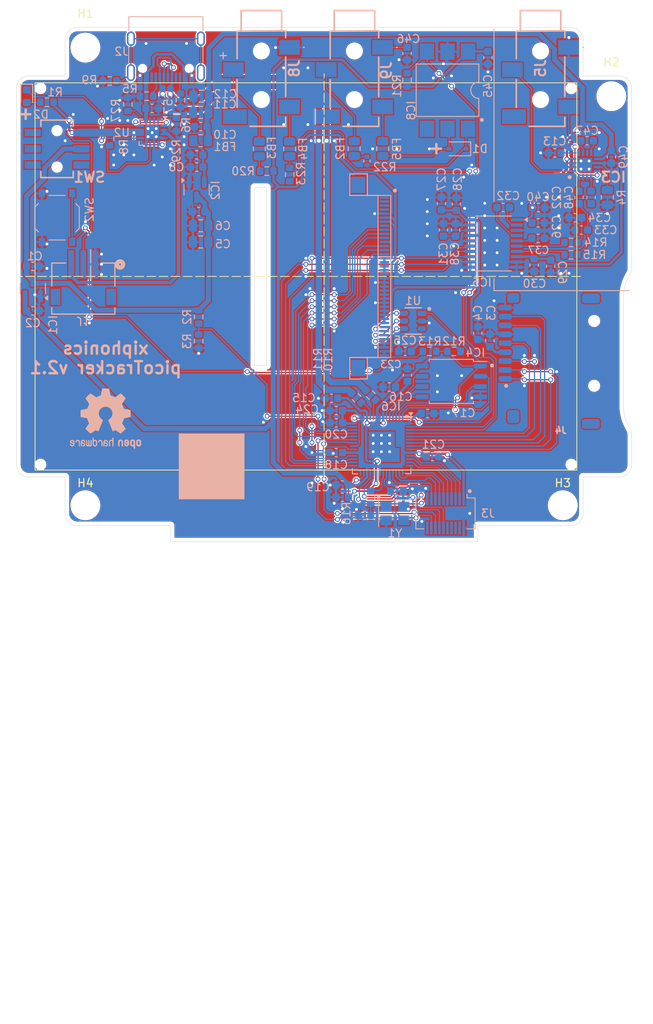
<source format=kicad_pcb>
(kicad_pcb (version 20240108) (generator "pcbnew") (generator_version "8.0")
  (layers (0 "F.Cu" signal) (31 "B.Cu" signal) (34 "B.Paste" user) (35 "F.Paste" user) (36 "B.SilkS" user "B.Silkscreen") (37 "F.SilkS" user "F.Silkscreen") (38 "B.Mask" user) (39 "F.Mask" user) (44 "Edge.Cuts" user))
  (net 0 "")
  (net 1 "VBUS")
  (net 2 "GND")
  (net 3 "/XIN")
  (net 4 "Net-(IC5-CAPP)")
  (net 5 "+3V3")
  (net 6 "Net-(IC3-VSS)")
  (net 7 "Net-(IC5-CAPM)")
  (net 8 "Net-(C36-Pad1)")
  (net 9 "/OUT_DAC_L")
  (net 10 "/LINE_OUT_R")
  (net 11 "Net-(IC5-VNEG)")
  (net 12 "Net-(IC5-LDOO)")
  (net 13 "/OUT_DAC_R")
  (net 14 "/LINE_OUT_L")
  (net 15 "Net-(C46-Pad1)")
  (net 16 "Net-(FB2-Pad1)")
  (net 17 "Net-(FB2-Pad2)")
  (net 18 "Net-(FB5-Pad1)")
  (net 19 "Net-(D1-K)")
  (net 20 "Net-(D1-A)")
  (net 21 "/OUT_HP_L")
  (net 22 "Net-(FB3-Pad1)")
  (net 23 "Net-(FB3-Pad2)")
  (net 24 "/OUT_HP_R")
  (net 25 "Net-(FB4-Pad1)")
  (net 26 "Net-(FB4-Pad2)")
  (net 27 "Net-(U2-ILIM)")
  (net 28 "/~{CHR}")
  (net 29 "Net-(U2-ISET)")
  (net 30 "Net-(IC3--IN_L)")
  (net 31 "/DAC_I2S_BCK")
  (net 32 "Net-(IC6-USB_DM)")
  (net 33 "Net-(IC6-USB_DP)")
  (net 34 "/USB_D+")
  (net 35 "/USB_D-")
  (net 36 "/~{USB_BOOT}")
  (net 37 "/SWCLK")
  (net 38 "/MIDI_OUT")
  (net 39 "/MIDI_IN")
  (net 40 "Net-(IC3-CP)")
  (net 41 "Net-(IC3-CN)")
  (net 42 "/DISPLAY_RST")
  (net 43 "/DISPLAY_SCK")
  (net 44 "/DISPLAY_DC")
  (net 45 "/DISPLAY_MOSI")
  (net 47 "/SD_D2")
  (net 48 "/SD_D3")
  (net 49 "/SD_CMD")
  (net 50 "/SD_CLK")
  (net 51 "/SD_D0")
  (net 52 "/SD_D1")
  (net 53 "/QSPI_SS")
  (net 54 "/XOUT")
  (net 55 "/DAC_I2S_DATA")
  (net 56 "/DAC_I2S_LRCK")
  (net 57 "/QSPI_SD3")
  (net 58 "/QSPI_SCLK")
  (net 59 "/QSPI_SD0")
  (net 60 "/QSPI_SD2")
  (net 61 "/QSPI_SD1")
  (net 63 "Net-(J2-CC1)")
  (net 65 "Net-(J2-CC2)")
  (net 67 "+3.3VA")
  (net 69 "Net-(J2-SHIELD)")
  (net 70 "/SWDIO")
  (net 71 "/VCHR2")
  (net 77 "/VCHR1")
  (net 78 "Net-(D2-A)")
  (net 84 "Net-(IC3--IN_R)")
  (net 85 "Net-(IC3-GAIN)")
  (net 89 "/DISPLAY_CS")
  (net 90 "/+1.1V")
  (net 91 "/~{PGOOD}")
  (net 92 "/LED1-K")
  (net 93 "/LED2-K")
  (net 94 "/LED3-K")
  (net 97 "/DEBUG_RX")
  (net 98 "/DISPLAY_MISO")
  (net 99 "/INPUT_LEFT")
  (net 100 "/INPUT_DOWN")
  (net 101 "/BAT")
  (net 102 "/INPUT_EDIT")
  (net 103 "/INPUT_UP")
  (net 104 "/INPUT_NAV")
  (net 105 "/INPUT_PLAY")
  (net 106 "/DEBUG_TX")
  (net 107 "/INPUT_RIGHT")
  (net 108 "/INPUT_ENTER")
  (net 109 "/INPUT_ALT")
  (net 110 "Net-(J1-Pin_3)")
  (net 112 "Net-(J1-Pin_2)")
  (net 114 "/DISPLAY_PWM")
  (net 118 "/+3.3VApre")
  (footprint "MountingHole:MountingHole_3.2mm_M3" (layer "F.Cu") (at 69.5 61)
    (property "Reference" "H3")
    (property "Value" "MountingHole")
  )
  (footprint "MountingHole:MountingHole_3.2mm_M3" (layer "F.Cu") (at 75.5 10.5)
    (property "Reference" "H2")
    (property "Value" "MountingHole")
  )
  (footprint "MountingHole:MountingHole_3.2mm_M3" (layer "F.Cu") (at 10.5 61)
    (property "Reference" "H4")
    (property "Value" "MountingHole")
  )
  (footprint "MountingHole:MountingHole_3.2mm_M3" (layer "F.Cu") (at 10.5 4.5)
    (property "Reference" "H1")
    (property "Value" "MountingHole")
  )
  (footprint "Resistor_SMD:R_0603_1608Metric" (layer "B.Cu") (at 18.075 10.5 180)
    (property "Reference" "R5")
    (property "Value" "5k1")
  )
  (footprint "Symbol:OSHW-Logo2_9.8x8mm_SilkScreen" (layer "B.Cu") (at 13 50.3 180)
    (property "Reference" "REF**" (hide yes))
    (property "Value" "OSHW-Logo2_9.8x8mm_SilkScreen" (hide yes))
  )
  (footprint "Capacitor_SMD:C_0603_1608Metric" (layer "B.Cu") (at 4 31.5)
    (property "Reference" "C1")
    (property "Value" "10uF")
  )
  (footprint "Resistor_SMD:R_0805_2012Metric" (layer "B.Cu") (at 75 23 -90)
    (property "Reference" "R4")
    (property "Value" "82k")
  )
  (footprint "Resistor_SMD:R_0603_1608Metric" (layer "B.Cu") (at 13.5 8.625 180)
    (property "Reference" "R9")
    (property "Value" "1M")
  )
  (footprint "project:PJ327C4A" (layer "B.Cu") (at 66.75 7.072 -90)
    (property "Reference" "J5")
    (property "Value" "Headphones" (hide yes))
  )
  (footprint "Resistor_SMD:R_0603_1608Metric" (layer "B.Cu") (at 56.05 42 180)
    (property "Reference" "R12")
    (property "Value" "DNF")
  )
  (footprint "Resistor_SMD:R_0603_1608Metric" (layer "B.Cu") (at 50.25 8.5 -90)
    (property "Reference" "R21")
    (property "Value" "270")
  )
  (footprint "Resistor_SMD:R_0603_1608Metric" (layer "B.Cu") (at 53.025 42)
    (property "Reference" "R13")
    (property "Value" "1k")
  )
  (footprint "Capacitor_SMD:C_0603_1608Metric" (layer "B.Cu") (at 60.25 5.75 90)
    (property "Reference" "C45")
    (property "Value" "100nF")
  )
  (footprint "Capacitor_SMD:C_0603_1608Metric" (layer "B.Cu") (at 49 59.25)
    (property "Reference" "C35" (hide yes))
    (property "Value" "20pF")
  )
  (footprint "Capacitor_SMD:C_0603_1608Metric" (layer "B.Cu") (at 66.46 28.044)
    (property "Reference" "C37")
    (property "Value" "2.2uF")
  )
  (footprint "Package_DFN_QFN:VQFN-16-1EP_3x3mm_P0.5mm_EP1.6x1.6mm" (layer "B.Cu") (at 18.75 14.9375 180)
    (property "Reference" "U2")
    (property "Value" "BQ24074RGT")
  )
  (footprint "Crystal:Crystal_SMD_3225-4Pin_3.2x2.5mm" (layer "B.Cu") (at 48.75 62)
    (property "Reference" "Y1")
    (property "Value" "12MHz 20pF ±10ppm")
  )
  (footprint "Resistor_SMD:R_0603_1608Metric" (layer "B.Cu") (at 32.925 19.75 180)
    (property "Reference" "R20")
    (property "Value" "33")
  )
  (footprint "Capacitor_SMD:C_0603_1608Metric" (layer "B.Cu") (at 42.25 58.5 180)
    (property "Reference" "C19")
    (property "Value" "100nF")
  )
  (footprint "Capacitor_SMD:C_0603_1608Metric" (layer "B.Cu") (at 18.75 12)
    (property "Reference" "C57")
    (property "Value" "1uF")
  )
  (footprint "Capacitor_SMD:C_0603_1608Metric" (layer "B.Cu") (at 24.5 24.75 180)
    (property "Reference" "C7" (hide yes))
    (property "Value" "2.2uF")
  )
  (footprint "Capacitor_SMD:C_0805_2012Metric" (layer "B.Cu") (at 24.75 26.5 180)
    (property "Reference" "C6")
    (property "Value" "47uF")
  )
  (footprint "Capacitor_SMD:C_0603_1608Metric" (layer "B.Cu") (at 24.75 14.25 180)
    (property "Reference" "C10")
    (property "Value" "2.2uF")
  )
  (footprint "Capacitor_SMD:C_0603_1608Metric" (layer "B.Cu") (at 72.5 16)
    (property "Reference" "C47")
    (property "Value" "1uF")
  )
  (footprint "Capacitor_SMD:C_0603_1608Metric" (layer "B.Cu") (at 71.794 27.028 180)
    (property "Reference" "C33")
    (property "Value" "2.2nF")
  )
  (footprint "Capacitor_SMD:C_0603_1608Metric" (layer "B.Cu") (at 62.129 24.234 180)
    (property "Reference" "C32")
    (property "Value" "2.2uF")
  )
  (footprint "Capacitor_SMD:C_0603_1608Metric" (layer "B.Cu") (at 65.952 31.346 -90)
    (property "Reference" "C30")
    (property "Value" "100nF")
  )
  (footprint "Capacitor_SMD:C_0603_1608Metric" (layer "B.Cu") (at 42.25 60 180)
    (property "Reference" "C14" (hide yes))
    (property "Value" "100nF")
  )
  (footprint "Resistor_SMD:R_0603_1608Metric" (layer "B.Cu") (at 45.75 60 -90)
    (property "Reference" "R16")
    (property "Value" "1k")
  )
  (footprint "Resistor_SMD:R_0805_2012Metric" (layer "B.Cu") (at 47.25 16.978 -90)
    (property "Reference" "FB5")
    (property "Value" "600@100MHz")
  )
  (footprint "Capacitor_SMD:C_0603_1608Metric" (layer "B.Cu") (at 59 39.75 90)
    (property "Reference" "C4")
    (property "Value" "100nF")
  )
  (footprint "Capacitor_SMD:C_0603_1608Metric" (layer "B.Cu") (at 71.5 23 90)
    (property "Reference" "C22")
    (property "Value" "2.2uF")
  )
  (footprint "Capacitor_SMD:C_0603_1608Metric" (layer "B.Cu") (at 53.4 55)
    (property "Reference" "C21")
    (property "Value" "100nF")
  )
  (footprint "Capacitor_SMD:C_0603_1608Metric" (layer "B.Cu") (at 54.75 27 90)
    (property "Reference" "C31")
    (property "Value" "10uF")
  )
  (footprint "Resistor_SMD:R_0603_1608Metric" (layer "B.Cu") (at 44 47.75 -45)
    (property "Reference" "R11")
    (property "Value" "27")
  )
  (footprint "project:QFN50P300X300X100-17N-D" (layer "B.Cu") (at 72.25 19)
    (property "Reference" "IC3")
    (property "Value" "TPA6139A2RGTR" (hide yes))
  )
  (footprint "Resistor_SMD:R_0603_1608Metric" (layer "B.Cu") (at 13.5 15.75 90)
    (property "Reference" "R8")
    (property "Value" "1k")
  )
  (footprint "Capacitor_SMD:C_0805_2012Metric" (layer "B.Cu") (at 24.75 12.5 180)
    (property "Reference" "C11")
    (property "Value" "47uF")
  )
  (footprint "project:FPC_40-flap" (layer "B.Cu") (at 40 32.75 180)
    (property "Reference" "J10" (hide yes))
    (property "Value" "FPC-05FB-40PH20" (hide yes))
    (fp_rect (start 8.6 11) (end 7.1 -11) (stroke (width 0.05)) (fill none) (layer "Edge.Cuts"))
  )
  (footprint "Capacitor_SMD:C_0603_1608Metric" (layer "B.Cu") (at 56.25 27 90)
    (property "Reference" "C38")
    (property "Value" "100nF")
  )
  (footprint "Resistor_SMD:R_0805_2012Metric" (layer "B.Cu") (at 35.75 17 90)
    (property "Reference" "FB4")
    (property "Value" "600@100MHz")
  )
  (footprint "Resistor_SMD:R_0603_1608Metric" (layer "B.Cu") (at 24.5 40.75 -90)
    (property "Reference" "R3")
    (property "Value" "100k")
  )
  (footprint "Resistor_SMD:R_0603_1608Metric" (layer "B.Cu") (at 15.75 11.5 -90)
    (property "Reference" "R27")
    (property "Value" "1k")
  )
  (footprint "Capacitor_SMD:C_0603_1608Metric" (layer "B.Cu") (at 40.9 47.782147 180)
    (property "Reference" "C15")
    (property "Value" "100nF")
  )
  (footprint "Resistor_SMD:R_0603_1608Metric" (layer "B.Cu") (at 70.524 30.076)
    (property "Reference" "R15")
    (property "Value" "470")
  )
  (footprint "Resistor_SMD:R_0603_1608Metric" (layer "B.Cu") (at 70.524 28.552)
    (property "Reference" "R14")
    (property "Value" "470")
  )
  (footprint "project:CONN_S3B-ZR-SM4A-TFLFSN_JST" (layer "B.Cu") (at 10.25 34.25)
    (property "Reference" "J1")
    (property "Value" "Conn_01x03")
  )
  (footprint "project:PJ327C4A" (layer "B.Cu") (at 32.25 7.072 -90)
    (property "Reference" "J8")
    (property "Value" "MIDI Out" (hide yes))
  )
  (footprint "project:Xunpu_TF-115_microSD" (layer "B.Cu") (at 70.225 43.2)
    (property "Reference" "J4")
    (property "Value" "Micro_SD_Card")
  )
  (footprint "Capacitor_SMD:C_0603_1608Metric" (layer "B.Cu") (at 50.25 5.25 -90)
    (property "Reference" "C46")
    (property "Value" "100nF")
  )
  (footprint "Capacitor_SMD:C_0603_1608Metric" (layer "B.Cu") (at 24.25 19.25 180)
    (property "Reference" "C8")
    (property "Value" "2.2uF")
  )
  (footprint "Package_TO_SOT_SMD:SOT-23" (layer "B.Cu") (at 4 34.25 90)
    (property "Reference" "IC1")
    (property "Value" "XC6206P332MR")
  )
  (footprint "LED_SMD:LED_0603_1608Metric" (layer "B.Cu") (at 3.25 10.5 -90)
    (property "Reference" "D2")
    (property "Value" "LED")
  )
  (footprint "Connector_Hirose:Hirose_DF12_DF12C3.0-20DS-0.5V_2x10_P0.50mm_Vertical" (layer "B.Cu") (at 55 62 180)
    (property "Reference" "J3")
    (property "Value" "Conn_02x10_Counter_Clockwise")
  )
  (footprint "Capacitor_SMD:C_0603_1608Metric" (layer "B.Cu") (at 50.3 44.925 90)
    (property "Reference" "C23")
    (property "Value" "1uF")
  )
  (footprint "Capacitor_SMD:C_0603_1608Metric" (layer "B.Cu") (at 4 37)
    (property "Reference" "C2")
    (property "Value" "10uF")
  )
  (footprint "Capacitor_SMD:C_0603_1608Metric" (layer "B.Cu") (at 41.495371 54.498008 180)
    (property "Reference" "C18")
    (property "Value" "100nF")
  )
  (footprint "Resistor_SMD:R_0603_1608Metric" (layer "B.Cu") (at 22.25 11 -90)
    (property "Reference" "R6")
    (property "Value" "5k1")
  )
  (footprint "Capacitor_SMD:C_0603_1608Metric" (layer "B.Cu") (at 68.5 17.5 180)
    (property "Reference" "C13")
    (property "Value" "1uF")
  )
  (footprint "Resistor_SMD:R_0402_1005Metric" (layer "B.Cu") (at 45.3 18.5 -90)
    (property "Reference" "R22")
    (property "Value" "220")
  )
  (footprint "Capacitor_SMD:C_0603_1608Metric" (layer "B.Cu") (at 52.798371 49.668147)
    (property "Reference" "C17")
    (property "Value" "100nF")
  )
  (footprint "Capacitor_SMD:C_0603_1608Metric" (layer "B.Cu") (at 75.5 18 -90)
    (property "Reference" "C49")
    (property "Value" "1uF")
  )
  (footprint "Capacitor_SMD:C_0805_2012Metric" (layer "B.Cu") (at 24.75 28.5 180)
    (property "Reference" "C5")
    (property "Value" "47uF")
  )
  (footprint "Capacitor_SMD:C_0603_1608Metric" (layer "B.Cu") (at 71.045 25.504 180)
    (property "Reference" "C34")
    (property "Value" "2.2nF")
  )
  (footprint "Resistor_SMD:R_0603_1608Metric" (layer "B.Cu") (at 21.75 14 90)
    (property "Reference" "R29")
    (property "Value" "560")
  )
  (footprint "Resistor_SMD:R_0603_1608Metric" (layer "B.Cu") (at 35.75 20.175 90)
    (property "Reference" "R23")
    (property "Value" "10")
  )
  (footprint "Package_DIP:SMDIP-6_W9.53mm" (layer "B.Cu") (at 55.25 9.765 90)
    (property "Reference" "IC8")
    (property "Value" "H11L1")
  )
  (footprint "Resistor_SMD:R_0805_2012Metric" (layer "B.Cu") (at 43.718 16.978 -90)
    (property "Reference" "FB2")
    (property "Value" "600@100MHz")
  )
  (footprint "Capacitor_SMD:C_0603_1608Metric" (layer "B.Cu") (at 68 31.5 -90)
    (property "Reference" "C29")
    (property "Value" "10uF")
  )
  (footprint "Capacitor_SMD:C_0603_1608Metric" (layer "B.Cu") (at 24.25 17.75 180)
    (property "Reference" "C9" (hide yes))
    (property "Value" "2.2uF")
  )
  (footprint "Package_TO_SOT_SMD:SOT-23" (layer "B.Cu") (at 24.25 22.0625 -90)
    (property "Reference" "IC2")
    (property "Value" "XC6206P332MR")
  )
  (footprint "project:SOT23-6_DIO" (layer "B.Cu") (at 51 38.25 180)
    (property "Reference" "U1")
    (property "Value" "AP2502KTR-G1")
  )
  (footprint "Capacitor_SMD:C_0603_1608Metric" (layer "B.Cu") (at 66.5 24.25)
    (property "Reference" "C40")
    (property "Value" "10uF")
  )
  (footprint "project:MS22D28G020" (layer "B.Cu") (at 7 17 -90)
    (property "Reference" "SW1")
    (property "Value" "MS-22D28-G020" (hide yes))
  )
  (footprint "Resistor_SMD:R_0603_1608Metric" (layer "B.Cu") (at 45.778 47.4 -45)
    (property "Reference" "R10")
    (property "Value" "27")
  )
  (footprint "Capacitor_SMD:C_0603_1608Metric" (layer "B.Cu") (at 56.344 23.802 90)
    (property "Reference" "C28")
    (property "Value" "100nF")
  )
  (footprint "Resistor_SMD:R_0805_2012Metric" (layer "B.Cu") (at 24.75 16)
    (property "Reference" "FB1")
    (property "Value" "600@100MHz")
  )
  (footprint "Capacitor_SMD:C_0603_1608Metric" (layer "B.Cu") (at 41.495371 50.830147 180)
    (property "Reference" "C20")
    (property "Value" "100nF")
  )
  (footprint "Package_SO:TSSOP-20_4.4x6.5mm_P0.65mm" (layer "B.Cu") (at 60.9405 28.683 180)
    (property "Reference" "IC5")
    (property "Value" "PCM5102A")
  )
  (footprint "Diode_SMD:D_SOD-323" (layer "B.Cu") (at 56.5 17 180)
    (property "Reference" "D1")
    (property "Value" "1N4148WS")
  )
  (footprint "Capacitor_SMD:C_0603_1608Metric" (layer "B.Cu") (at 73 23 90)
    (property "Reference" "C48")
    (property "Value" "2.2uF")
  )
  (footprint "Resistor_SMD:R_0805_2012Metric" (layer "B.Cu") (at 32 17 90)
    (property "Reference" "FB3")
    (property "Value" "600@100MHz")
  )
  (footprint "project:PJ327C4A" (layer "B.Cu") (at 43.75 7.072 -90)
    (property "Reference" "J9")
    (property "Value" "MIDI In" (hide yes))
  )
  (footprint "Capacitor_SMD:C_0603_1608Metric" (layer "B.Cu") (at 48.05 46.4 180)
    (property "Reference" "C16")
    (property "Value" "100nF")
  )
  (footprint "Capacitor_SMD:C_0603_1608Metric" (layer "B.Cu") (at 54.5 23.75 90)
    (property "Reference" "C27")
    (property "Value" "10uF")
  )
  (footprint "Resistor_SMD:R_0603_1608Metric" (layer "B.Cu") (at 5.75 11.25)
    (property "Reference" "R1")
    (property "Value" "1k")
  )
  (footprint "Capacitor_SMD:C_0603_1608Metric" (layer "B.Cu") (at 50 42 180)
    (property "Reference" "C25")
    (property "Value" "100nF")
  )
  (footprint "project:USB_C_Receptacle_G-Switch_GT-USB-7010ASV" (layer "B.Cu") (at 20.45 4.475)
    (property "Reference" "J2")
    (property "Value" "USB_C_Receptacle_USB2.0")
  )
  (footprint "Capacitor_SMD:C_0603_1608Metric" (layer "B.Cu") (at 60.5 40.65 90)
    (property "Reference" "C3")
    (property "Value" "10uF")
  )
  (footprint "Capacitor_SMD:C_0603_1608Metric" (layer "B.Cu") (at 41.495371 49.306147 180)
    (property "Reference" "C24")
    (property "Value" "1uF")
  )
  (footprint "Capacitor_SMD:C_0805_2012Metric" (layer "B.Cu") (at 24.8 10.5 180)
    (property "Reference" "C12")
    (property "Value" "47uF")
  )
  (footprint "project:SOIC-8_5.23x5.23mm_P1.27mm" (layer "B.Cu") (at 55.719371 45.708147 180)
    (property "Reference" "IC4")
    (property "Value" "W25Q128JVS")
  )
  (footprint "Capacitor_SMD:C_0603_1608Metric" (layer "B.Cu") (at 45 62.25 180)
    (property "Reference" "C36" (hide yes))
    (property "Value" "20pF")
  )
  (footprint "Package_DFN_QFN:QFN-56-1EP_7x7mm_P0.4mm_EP3.2x3.2mm" (layer "B.Cu") (at 47.105371 53.505647 180)
    (property "Reference" "IC6")
    (property "Value" "RP2040")
  )
  (footprint "Capacitor_SMD:C_0603_1608Metric" (layer "B.Cu") (at 66.46 26.136)
    (property "Reference" "C26")
    (property "Value" "100nF")
  )
  (footprint "project:SW_Push_1P1T_XKB_TS-1187A" (layer "B.Cu") (at 7 25.5 -90)
    (property "Reference" "SW2")
    (property "Value" "SW_SPST")
  )
  (footprint "Resistor_SMD:R_0603_1608Metric" (layer "B.Cu") (at 24.5 37.75 -90)
    (property "Reference" "R2")
    (property "Value" "100k")
  )
  (gr_circle (center 46.75 60) (end 46.570395 60) (stroke (width 0.12)) (fill solid) (layer "B.SilkS"))
  (gr_line (start 61 34.5) (end 77.75 34.5) (stroke (width 0.12)) (layer "B.SilkS"))
  (gr_rect (start 22.1 52.2) (end 30.1 60.2) (stroke (width 0.12)) (fill solid) (layer "B.SilkS"))
  (gr_line (start 61 33) (end 61 34.5) (stroke (width 0.12)) (layer "B.SilkS"))
  (gr_circle (center 58 59.25) (end 57.820395 59.25) (stroke (width 0.12)) (fill solid) (layer "B.SilkS"))
  (gr_circle (center 53 36.75) (end 52.820395 36.75) (stroke (width 0.12)) (fill solid) (layer "B.SilkS"))
  (gr_line (start 61 2.25) (end 61 23.5) (stroke (width 0.12)) (layer "B.SilkS"))
  (gr_circle (center 60.75 43.75) (end 60.75 43.570395) (stroke (width 0.12)) (fill solid) (layer "B.SilkS"))
  (gr_circle (center 48.75 22.15) (end 48.570395 22.15) (stroke (width 0.12)) (fill solid) (layer "B.SilkS"))
  (gr_circle (center 62.5 46.25) (end 62.320395 46.25) (stroke (width 0.12)) (fill solid) (layer "B.SilkS"))
  (gr_circle (center 59.5 13.429605) (end 59.320395 13.429605) (stroke (width 0.12)) (fill solid) (layer "B.SilkS"))
  (gr_arc (start 72 62) (mid 71.56066 63.06066) (end 70.5 63.5) (stroke (width 0.05)) (layer "Edge.Cuts"))
  (gr_line (start 2 56) (end 2 9.5) (stroke (width 0.05)) (layer "Edge.Cuts"))
  (gr_arc (start 78 56) (mid 77.56066 57.06066) (end 76.5 57.5) (stroke (width 0.05)) (layer "Edge.Cuts"))
  (gr_line (start 78 52.3) (end 78 56) (stroke (width 0.05)) (layer "Edge.Cuts"))
  (gr_line (start 70.5 63.5) (end 59 63.5) (stroke (width 0.05)) (layer "Edge.Cuts"))
  (gr_line (start 8 8) (end 8 3.5) (stroke (width 0.05)) (layer "Edge.Cuts"))
  (gr_line (start 77.6 51.16) (end 77.83 51.61) (stroke (width 0.05)) (layer "Edge.Cuts"))
  (gr_line (start 76.5 57.5) (end 72 57.5) (stroke (width 0.05)) (layer "Edge.Cuts"))
  (gr_line (start 8 8) (end 3.5 8) (stroke (width 0.05)) (layer "Edge.Cuts"))
  (gr_arc (start 2 9.5) (mid 2.43934 8.43934) (end 3.5 8) (stroke (width 0.05)) (layer "Edge.Cuts"))
  (gr_line (start 3.5 57.5) (end 8 57.5) (stroke (width 0.05)) (layer "Edge.Cuts"))
  (gr_line (start 76.5 8) (end 72 8) (stroke (width 0.05)) (layer "Edge.Cuts"))
  (gr_line (start 8 57.5) (end 8 62) (stroke (width 0.05)) (layer "Edge.Cuts"))
  (gr_arc (start 76.5 8) (mid 77.56066 8.43934) (end 78 9.5) (stroke (width 0.05)) (layer "Edge.Cuts"))
  (gr_arc (start 77.6 51.16) (mid 77.143763 49.947497) (end 77 48.66) (stroke (width 0.05)) (layer "Edge.Cuts"))
  (gr_arc (start 78 31.71) (mid 77.962499 32.06) (end 77.84 32.39) (stroke (width 0.05)) (layer "Edge.Cuts"))
  (gr_arc (start 77.83 51.61) (mid 77.958131 51.944374) (end 78 52.3) (stroke (width 0.05)) (layer "Edge.Cuts"))
  (gr_line (start 21 63.5) (end 9.5 63.5) (stroke (width 0.05)) (layer "Edge.Cuts"))
  (gr_line (start 77.84 32.39) (end 77.61 32.79) (stroke (width 0.05)) (layer "Edge.Cuts"))
  (gr_arc (start 77 35.35) (mid 77.144992 34.031873) (end 77.61 32.79) (stroke (width 0.05)) (layer "Edge.Cuts"))
  (gr_arc (start 70.5 2) (mid 71.56066 2.43934) (end 72 3.5) (stroke (width 0.05)) (layer "Edge.Cuts"))
  (gr_line (start 78 31.71) (end 78 9.5) (stroke (width 0.05)) (layer "Edge.Cuts"))
  (gr_arc (start 8 3.5) (mid 8.43934 2.43934) (end 9.5 2) (stroke (width 0.05)) (layer "Edge.Cuts"))
  (gr_arc (start 9.5 63.5) (mid 8.43934 63.06066) (end 8 62) (stroke (width 0.05)) (layer "Edge.Cuts"))
  (gr_arc (start 3.5 57.5) (mid 2.43934 57.06066) (end 2 56) (stroke (width 0.05)) (layer "Edge.Cuts"))
  (gr_line (start 77 35.35) (end 77 48.66) (stroke (width 0.05)) (layer "Edge.Cuts"))
  (gr_line (start 70.5 2) (end 9.5 2) (stroke (width 0.05)) (layer "Edge.Cuts"))
  (gr_line (start 59 63.5) (end 59 65.5) (stroke (width 0.05)) (layer "Edge.Cuts"))
  (gr_line (start 72 57.5) (end 72 62) (stroke (width 0.05)) (layer "Edge.Cuts"))
  (gr_line (start 21 63.5) (end 21 65.5) (stroke (width 0.05)) (layer "Edge.Cuts"))
  (gr_line (start 59 65.5) (end 21 65.5) (stroke (width 0.05)) (layer "Edge.Cuts"))
  (gr_line (start 72 8) (end 72 3.5) (stroke (width 0.05)) (layer "Edge.Cuts"))
  (gr_text "+" (at 4.25 13.5 0) (layer "B.SilkS") (effects (font (size 1.5 1.5) (thickness 0.3) (bold yes)) (justify left bottom mirror)))
  (gr_text "+" (at 55 17.75 0) (layer "B.SilkS") (effects (font (size 1.5 1.5) (thickness 0.3) (bold yes)) (justify left bottom mirror)))
  (gr_text "xiphonics\npicoTracker v2.1" (at 13 44.9 0) (layer "B.SilkS") (effects (font (size 1.5 1.5) (thickness 0.3) (bold yes)) (justify bottom mirror)))
  (gr_text "+" (at 28.25 6 0) (layer "B.SilkS") (effects (font (size 1 1)) (justify left bottom mirror)))
  (segment (start 22.615 6.779695) (end 22.615 7.380305) (width 0.3) (layer "B.Cu") (net 1))
  (segment (start 22.95 7.715305) (end 22.95 8.2) (width 0.3) (layer "B.Cu") (net 1))
  (segment (start 18.05 8.2) (end 18.05 7.615305) (width 0.3) (layer "B.Cu") (net 1))
  (segment (start 19.257735 5.337) (end 21.172305 5.337) (width 0.3) (layer "B.Cu") (net 1))
  (segment (start 18.8945 6.770805) (end 18.8945 6.5) (width 0.3) (layer "B.Cu") (net 1))
  (segment (start 21.172305 5.337) (end 22.615 6.779695) (width 0.3) (layer "B.Cu") (net 1))
  (segment (start 22.615 7.380305) (end 22.95 7.715305) (width 0.3) (layer "B.Cu") (net 1))
  (segment (start 18.8945 6.5) (end 18.8945 5.700235) (width 0.3) (layer "B.Cu") (net 1))
  (segment (start 18.05 7.615305) (end 18.8945 6.770805) (width 0.3) (layer "B.Cu") (net 1))
  (segment (start 18.8945 5.700235) (end 19.257735 5.337) (width 0.3) (layer "B.Cu") (net 1))
  (segment (start 44.85 29.699788) (end 44.849788 29.7) (width 0.15) (layer "F.Cu") (net 2))
  (via (at 47.083371 53.370147) (size 0.6) (drill 0.35) (layers "F.Cu" "B.Cu") (net 2))
  (via (at 52.75 24.75) (size 0.6) (drill 0.35) (layers "F.Cu" "B.Cu") (net 2))
  (via (at 57 32) (size 0.6) (drill 0.35) (layers "F.Cu" "B.Cu") (net 2))
  (via (at 66 42.5) (size 0.6) (drill 0.35) (layers "F.Cu" "B.Cu") (net 2))
  (via (at 21 19) (size 0.6) (drill 0.35) (layers "F.Cu" "B.Cu") (net 2))
  (via (at 38 7) (size 0.6) (drill 0.35) (layers "F.Cu" "B.Cu") (net 2))
  (via (at 35 14) (size 0.6) (drill 0.35) (layers "F.Cu" "B.Cu") (net 2))
  (via (at 41.25 34.25) (size 0.6) (drill 0.35) (layers "F.Cu" "B.Cu") (net 2))
  (via (at 52.75 26.25) (size 0.6) (drill 0.35) (layers "F.Cu" "B.Cu") (net 2))
  (via (at 57.375 24.34773) (size 0.6) (drill 0.35) (layers "F.Cu" "B.Cu") (net 2))
  (via (at 48.063334 58.197219) (size 0.6) (drill 0.35) (layers "F.Cu" "B.Cu") (net 2))
  (via (at 66.75 17.5) (size 0.6) (drill 0.35) (layers "F.Cu" "B.Cu") (net 2))
  (via (at 61.38 28.298) (size 0.6) (drill 0.35) (layers "F.Cu" "B.Cu") (net 2))
  (via (at 38.5 54.5) (size 0.6) (drill 0.35) (layers "F.Cu" "B.Cu") (net 2))
  (via (at 46.25 25) (size 0.6) (drill 0.35) (layers "F.Cu" "B.Cu") (net 2))
  (via (at 69 26.774) (size 0.6) (drill 0.35) (layers "F.Cu" "B.Cu") (net 2))
  (via (at 10.5 26) (size 0.6) (drill 0.35) (layers "F.Cu" "B.Cu") (net 2))
  (via (at 49 17) (size 0.6) (drill 0.35) (layers "F.Cu" "B.Cu") (net 2))
  (via (at 18.25 14.5) (size 0.6) (drill 0.35) (layers "F.Cu" "B.Cu") (net 2))
  (via (at 35 7) (size 0.6) (drill 0.35) (layers "F.Cu" "B.Cu") (net 2))
  (via (at 50.901165 58.974876) (size 0.6) (drill 0.35) (layers "F.Cu" "B.Cu") (net 2))
  (via (at 8 16) (size 0.6) (drill 0.35) (layers "F.Cu" "B.Cu") (net 2))
  (via (at 22.7 15.5) (size 0.6) (drill 0.35) (layers "F.Cu" "B.Cu") (net 2))
  (via (at 46 17) (size 0.6) (drill 0.35) (layers "F.Cu" "B.Cu") (net 2))
  (via (at 52.55 58.92) (size 0.6) (drill 0.35) (layers "F.Cu" "B.Cu") (net 2))
  (via (at 18.75 15) (size 0.6) (drill 0.35) (layers "F.Cu" "B.Cu") (net 2))
  (via (at 57 45) (size 0.6) (drill 0.35) (layers "F.Cu" "B.Cu") (net 2))
  (via (at 12.5 32.5) (size 0.6) (drill 0.35) (layers "F.Cu" "B.Cu") (net 2))
  (via (at 46.067371 54.386147) (size 0.6) (drill 0.35) (layers "F.Cu" "B.Cu") (net 2))
  (via (at 48.45 44.3) (size 0.6) (drill 0.35) (layers "F.Cu" "B.Cu") (net 2))
  (via (at 71.75 19.5) (size 0.6) (drill 0.35) (layers "F.Cu" "B.Cu") (net 2))
  (via (at 37.75 53.75) (size 0.6) (drill 0.35) (layers "F.Cu" "B.Cu") (net 2))
  (via (at 52.75 27.75) (size 0.6) (drill 0.35) (layers "F.Cu" "B.Cu") (net 2))
  (via (at 64.75 46.25) (size 0.6) (drill 0.35) (layers "F.Cu" "B.Cu") (net 2))
  (via (at 37.75 35) (size 0.6) (drill 0.35) (layers "F.Cu" "B.Cu") (net 2))
  (via (at 75 25) (size 0.6) (drill 0.35) (layers "F.Cu" "B.Cu") (net 2))
  (via (at 34 4.5) (size 0.6) (drill 0.35) (layers "F.Cu" "B.Cu") (net 2))
  (via (at 46.35 36) (size 0.6) (drill 0.35) (layers "F.Cu" "B.Cu") (net 2))
  (via (at 43 14) (size 0.6) (drill 0.35) (layers "F.Cu" "B.Cu") (net 2))
  (via (at 44 61.5) (size 0.6) (drill 0.35) (layers "F.Cu" "B.Cu") (net 2))
  (via (at 48.099371 53.370147) (size 0.6) (drill 0.35) (layers "F.Cu" "B.Cu") (net 2))
  (via (at 59.856 28.298) (size 0.6) (drill 0.35) (layers "F.Cu" "B.Cu") (net 2))
  (via (at 19.25 15.5) (size 0.6) (drill 0.35) (layers "F.Cu" "B.Cu") (net 2))
  (via (at 55.75 8) (size 0.6) (drill 0.35) (layers "F.Cu" "B.Cu") (net 2))
  (via (at 69 22.964) (size 0.6) (drill 0.35) (layers "F.Cu" "B.Cu") (net 2))
  (via (at 49.2 40.85) (size 0.6) (drill 0.35) (layers "F.Cu" "B.Cu") (net 2))
  (via (at 56.25 34.75) (size 0.6) (drill 0.35) (layers "F.Cu" "B.Cu") (net 2))
  (via (at 42.27 61.45) (size 0.6) (drill 0.35) (layers "F.Cu" "B.Cu") (net 2))
  (via (at 46.067371 52.354147) (size 0.6) (drill 0.35) (layers "F.Cu" "B.Cu") (net 2))
  (via (at 41.25 16) (size 0.6) (drill 0.35) (layers "F.Cu" "B.Cu") (net 2))
  (via (at 61.38 26.774) (size 0.6) (drill 0.35) (layers "F.Cu" "B.Cu") (net 2))
  (via (at 50.404029 61.462087) (size 0.6) (drill 0.35) (layers "F.Cu" "B.Cu") (net 2))
  (via (at 14.75 12.25) (size 0.6) (drill 0.35) (layers "F.Cu" "B.Cu") (net 2))
  (via (at 37.75 30.5) (size 0.6) (drill 0.35) (layers "F.Cu" "B.Cu") (net 2))
  (via (at 20.5 12.5) (size 0.6) (drill 0.35) (layers "F.Cu" "B.Cu") (net 2))
  (via (at 48.099371 52.354147) (size 0.6) (drill 0.35) (layers "F.Cu" "B.Cu") (net 2))
  (via (at 20 18) (size 0.6) (drill 0.35) (layers "F.Cu" "B.Cu") (net 2))
  (via (at 59.856 31.346) (size 0.6) (drill 0.35) (layers "F.Cu" "B.Cu") (net 2))
  (via (at 32.5 50.75) (size 0.6) (drill 0.35) (layers "F.Cu" "B.Cu") (net 2))
  (via (at 5.75 22.25) (size 0.6) (drill 0.35) (layers "F.Cu" "B.Cu") (net 2))
  (via (at 9 12.75) (size 0.6) (drill 0.35) (layers "F.Cu" "B.Cu") (net 2))
  (via (at 42.37 63.11) (size 0.6) (drill 0.35) (layers "F.Cu" "B.Cu") (net 2))
  (via (at 54 47) (size 0.6) (drill 0.35) (layers "F.Cu" "B.Cu") (net 2))
  (via (at 13.25 13.25) (size 0.6) (drill 0.35) (layers "F.Cu" "B.Cu") (net 2))
  (via (at 59.856 26.774) (size 0.6) (drill 0.35) (layers "F.Cu" "B.Cu") (net 2))
  (via (at 64.75 42.5) (size 0.6) (drill 0.35) (layers "F.Cu" "B.Cu") (net 2))
  (via (at 61 35.75) (size 0.6) (drill 0.35) (layers "F.Cu" "B.Cu") (net 2))
  (via (at 5.75 31.75) (size 0.6) (drill 0.35) (layers "F.Cu" "B.Cu") (net 2))
  (via (at 70.25 3.25) (size 0.6) (drill 0.35) (layers "F.Cu" "B.Cu") (net 2))
  (via (at 14.75 11) (size 0.6) (drill 0.35) (layers "F.Cu" "B.Cu") (net 2))
  (via (at 37.75 32.75) (size 0.6) (drill 0.35) (layers "F.Cu" "B.Cu") (net 2))
  (via (at 46.35 41.500006) (size 0.6) (drill 0.35) (layers "F.Cu" "B.Cu") (net 2))
  (via (at 11 38.5) (size 0.6) (drill 0.35) (layers "F.Cu" "B.Cu") (net 2))
  (via (at 61.38 31.346) (size 0.6) (drill 0.35) (layers "F.Cu" "B.Cu") (net 2))
  (via (at 41.25 39.5) (size 0.6) (drill 0.35) (layers "F.Cu" "B.Cu") (net 2))
  (via (at 47.083371 52.354147) (size 0.6) (drill 0.35) (layers "F.Cu" "B.Cu") (net 2))
  (via (at 53.5 8.25) (size 0.6) (drill 0.35) (layers "F.Cu" "B.Cu") (net 2))
  (via (at 5.75 28.75) (size 0.6) (drill 0.35) (layers "F.Cu" "B.Cu") (net 2))
  (via (at 73.75 21) (size 0.6) (drill 0.35) (layers "F.Cu" "B.Cu") (net 2))
  (via (at 54.875 55.5) (size 0.6) (drill 0.35) (layers "F.Cu" "B.Cu") (net 2))
  (via (at 21 17) (size 0.6) (drill 0.35) (layers "F.Cu" "B.Cu") (net 2))
  (via (at 15.25 16.5) (size 0.6) (drill 0.35) (layers "F.Cu" "B.Cu") (net 2))
  (via (at 14.75 13.5) (size 0.6) (drill 0.35) (layers "F.Cu" "B.Cu") (net 2))
  (via (at 38 14) (size 0.6) (drill 0.35) (layers "F.Cu" "B.Cu") (net 2))
  (via (at 61.38 29.822) (size 0.6) (drill 0.35) (layers "F.Cu" "B.Cu") (net 2))
  (via (at 72.75 18.5) (size 0.6) (drill 0.35) (layers "F.Cu" "B.Cu") (net 2))
  (via (at 12.5 30) (size 0.6) (drill 0.35) (layers "F.Cu" "B.Cu") (net 2))
  (via (at 46.067371 53.370147) (size 0.6) (drill 0.35) (layers "F.Cu" "B.Cu") (net 2))
  (via (at 4.25 35) (size 0.6) (drill 0.35) (layers "F.Cu" "B.Cu") (net 2))
  (via (at 58.25 47.75) (size 0.6) (drill 0.35) (layers "F.Cu" "B.Cu") (net 2))
  (via (at 69.254 32.362) (size 0.6) (drill 0.35) (layers "F.Cu" "B.Cu") (net 2))
  (via (at 53 38.5) (size 0.6) (drill 0.35) (layers "F.Cu" "B.Cu") (net 2))
  (via (at 47.083371 54.386147) (size 0.6) (drill 0.35) (layers "F.Cu" "B.Cu") (net 2))
  (via (at 40.75 58.5) (size 0.6) (drill 0.35) (layers "F.Cu" "B.Cu") (net 2))
  (via (at 23 4) (size 0.6) (drill 0.35) (layers "F.Cu" "B.Cu") (net 2))
  (via (at 17.25 7.95) (size 0.6) (drill 0.35) (layers "F.Cu" "B.Cu") (net 2))
  (via (at 18.25 15.5) (size 0.6) (drill 0.35) (layers "F.Cu" "B.Cu") (net 2))
  (via (at 18 4) (size 0.6) (drill 0.35) (layers "F.Cu" "B.Cu") (net 2))
  (via (at 74 17) (size 0.6) (drill 0.35) (layers "F.Cu" "B.Cu") (net 2))
  (via (at 58.25 19) (size 0.6) (drill 0.35) (layers "F.Cu" "B.Cu") (net 2))
  (via (at 14 17.75) (size 0.6) (drill 0.35) (layers "F.Cu" "B.Cu") (net 2))
  (via (at 14 19) (size 0.6) (drill 0.35) (layers "F.Cu" "B.Cu") (net 2))
  (via (at 58 62) (size 0.6) (drill 0.35) (layers "F.Cu" "B.Cu") (net 2))
  (via (at 64.428 23.726) (size 0.6) (drill 0.35) (layers "F.Cu" "B.Cu") (net 2))
  (via (at 15.75 13.5) (size 0.6) (drill 0.35) (layers "F.Cu" "B.Cu") (net 2))
  (via (at 46.35 33.5) (size 0.6) (drill 0.35) (layers "F.Cu" "B.Cu") (net 2))
  (via (at 48.099371 54.386147) (size 0.6) (drill 0.35) (layers "F.Cu" "B.Cu") (net 2))
  (via (at 69 25.25) (size 0.6) (drill 0.35) (layers "F.Cu" "B.Cu") (net 2))
  (via (at 71.75 18.5) (size 0.6) (drill 0.35) (layers "F.Cu" "B.Cu") (net 2))
  (via (at 12.5 16.75) (size 0.6) (drill 0.35) (layers "F.Cu" "B.Cu") (net 2))
  (via (at 70.27 32.362) (size 0.6) (drill 0.35) (layers "F.Cu" "B.Cu") (net 2))
  (via (at 16.5 17.75) (size 0.6) (drill 0.35) (layers "F.Cu" "B.Cu") (net 2))
  (via (at 52.08 62.99) (size 0.6) (drill 0.35) (layers "F.Cu" "B.Cu") (net 2))
  (via (at 52.75 23.25) (size 0.6) (drill 0.35) (layers "F.Cu" "B.Cu") (net 2))
  (via (at 57.25 20.5) (size 0.6) (drill 0.35) (layers "F.Cu" "B.Cu") (net 2))
  (via (at 49.25 6) (size 0.6) (drill 0.35) (layers "F.Cu" "B.Cu") (net 2))
  (via (at 21.25 14) (size 0.6) (drill 0.35) (layers "F.Cu" "B.Cu") (net 2))
  (via (at 74 15) (size 0.6) (drill 0.35) (layers "F.Cu" "B.Cu") (net 2))
  (via (at 55.348008 49.598008) (size 0.6) (drill 0.35) (layers "F.Cu" "B.Cu") (net 2))
  (via (at 64.428 32.362) (size 0.6) (drill 0.35) (layers "F.Cu" "B.Cu") (net 2))
  (via (at 60.25 7.5) (size 0.6) (drill 0.35) (layers "F.Cu" "B.Cu") (net 2))
  (via (at 69.5 15.5) (size 0.6) (drill 0.35) (layers "F.Cu" "B.Cu") (net 2))
  (via (at 67.476 22.964) (size 0.6) (drill 0.35) (layers "F.Cu" "B.Cu") (net 2))
  (via (at 15.25 17.75) (size 0.6) (drill 0.35) (layers "F.Cu" "B.Cu") (net 2))
  (via (at 41.133873 54.596001) (size 0.6) (drill 0.35) (layers "F.Cu" "B.Cu") (net 2))
  (via (at 38.5 58.25) (size 0.6) (drill 0.35) (layers "F.Cu" "B.Cu") (net 2))
  (via (at 38.4 16) (size 0.6) (drill 0.35) (layers "F.Cu" "B.Cu") (net 2))
  (via (at 22.7 16.5) (size 0.6) (drill 0.35) (layers "F.Cu" "B.Cu") (net 2))
  (via (at 39.748008 49.298008) (size 0.6) (drill 0.35) (layers "F.Cu" "B.Cu") (net 2))
  (via (at 12 9.25) (size 0.6) (drill 0.35) (layers "F.Cu" "B.Cu") (net 2))
  (via (at 23.65 7.95) (size 0.6) (drill 0.35) (layers "F.Cu" "B.Cu") (net 2))
  (via (at 72.75 19.5) (size 0.6) (drill 0.35) (layers "F.Cu" "B.Cu") (net 2))
  (via (at 38.25 34.25) (size 0.6) (drill 0.35) (layers "F.Cu" "B.Cu") (net 2))
  (via (at 59.856 23.726) (size 0.6) (drill 0.35) (layers "F.Cu" "B.Cu") (net 2))
  (via (at 19 19) (size 0.6) (drill 0.35) (layers "F.Cu" "B.Cu") (net 2))
  (via (at 59.856 29.822) (size 0.6) (drill 0.35) (layers "F.Cu" "B.Cu") (net 2))
  (via (at 54 45) (size 0.6) (drill 0.35) (layers "F.Cu" "B.Cu") (net 2))
  (via (at 59.856 25.25) (size 0.6) (drill 0.35) (layers "F.Cu" "B.Cu") (net 2))
  (via (at 53 17) (size 0.6) (drill 0.35) (layers "F.Cu" "B.Cu") (net 2))
  (via (at 56 29) (size 0.6) (drill 0.35) (layers "F.Cu" "B.Cu") (net 2))
  (via (at 41.25 60.75) (size 0.6) (drill 0.35) (layers "F.Cu" "B.Cu") (net 2))
  (via (at 68.75 44.5) (size 0.6) (drill 0.35) (layers "F.Cu" "B.Cu") (net 2))
  (via (at 39.3 47.798008) (size 0.6) (drill 0.35) (layers "F.Cu" "B.Cu") (net 2))
  (via (at 39.825409 50.666224) (size 0.6) (drill 0.35) (layers "F.Cu" "B.Cu") (net 2))
  (via (at 12.5 31.25) (size 0.6) (drill 0.35) (layers "F.Cu" "B.Cu") (net 2))
  (via (at 22.7 13.95) (size 0.6) (drill 0.35) (layers "F.Cu" "B.Cu") (net 2))
  (via (at 24.5 42.25) (size 0.6) (drill 0.35) (layers "F.Cu" "B.Cu") (net 2))
  (via (at 19.25 14.5) (size 0.6) (drill 0.35) (layers "F.Cu" "B.Cu") (net 2))
  (via (at 54.75 6.5) (size 0.6) (drill 0.35) (layers "F.Cu" "B.Cu") (net 2))
  (segment (start 69.254 27.028) (end 69 26.774) (width 0.3) (layer "B.Cu") (net 2))
  (segment (start 53.573371 49.668147) (end 55.277869 49.668147) (width 0.3) (layer "B.Cu") (net 2))
  (segment (start 60.7 38.975) (end 59 38.975) (width 0.3) (layer "B.Cu") (net 2))
  (segment (start 5.125 28.5) (end 5.5 28.5) (width 0.3) (layer "B.Cu") (net 2))
  (segment (start 48.105371 56.943147) (end 48.105371 58.155182) (width 0.3) (layer "B.Cu") (net 2))
  (segment (start 15.75 10.675) (end 15.075 10.675) (width 0.3) (layer "B.Cu") (net 2))
  (segment (start 11.7486 31.7486) (end 12.5 32.5) (width 0.3) (layer "B.Cu") (net 2))
  (segment (start 5.5 22.5) (end 5.75 22.25) (width 0.3) (layer "B.Cu") (net 2))
  (segment (start 40.720371 49.306147) (end 39.717371 49.306147) (width 0.3) (layer "B.Cu") (net 2))
  (segment (start 19 15.75) (end 19.25 15.5) (width 0.3) (layer "B.Cu") (net 2))
  (segment (start 57.21096 28.358) (end 56.94196 28.627) (width 0.3) (layer "B.Cu") (net 2))
  (segment (start 35.725 4.472) (end 34.028 4.472) (width 0.3) (layer "B.Cu") (net 2))
  (segment (start 19 16.375) (end 19 15.75) (width 0.3) (layer "B.Cu") (net 2))
  (segment (start 70.225 3.275) (end 70.25 3.25) (width 0.3) (layer "B.Cu") (net 2))
  (segment (start 47.45 41.5) (end 46.350006 41.5) (width 0.3) (layer "B.Cu") (net 2))
  (segment (start 55.277869 49.668147) (end 55.348008 49.598008) (width 0.3) (layer "B.Cu") (net 2))
  (segment (start 50.091942 61.15) (end 50.404029 61.462087) (width 0.3) (layer "B.Cu") (net 2))
  (segment (start 67.725 17.5) (end 66.75 17.5) (width 0.3) (layer "B.Cu") (net 2))
  (segment (start 49.275 6.025) (end 49.25 6) (width 0.3) (layer "B.Cu") (net 2))
  (segment (start 11.7486 30.7514) (end 12.5 30) (width 0.3) (layer "B.Cu") (net 2))
  (segment (start 47.45 30.5) (end 48.3 30.5) (width 0.3) (layer "B.Cu") (net 2))
  (segment (start 12.625 8.625) (end 12 9.25) (width 0.3) (layer "B.Cu") (net 2))
  (segment (start 4.775 37) (end 4.775 35.3625) (width 0.3) (layer "B.Cu") (net 2))
  (segment (start 47.45 25) (end 46.25 25) (width 0.3) (layer "B.Cu") (net 2))
  (segment (start 49.85 61.15) (end 50.091942 61.15) (width 0.3) (layer "B.Cu") (net 2))
  (segment (start 47.65 62.85) (end 47.475 63.025) (width 0.3) (layer "B.Cu") (net 2))
  (segment (start 50.25 6.025) (end 49.275 6.025) (width 0.3) (layer "B.Cu") (net 2))
  (segment (start 58.078 26.408) (end 56.725 26.408) (width 0.3) (layer "B.Cu") (net 2))
  (segment (start 45 63.025) (end 44.225 62.25) (width 0.3) (layer "B.Cu") (net 2))
  (segment (start 75.5 18.775) (end 73.775 18.775) (width 0.3) (layer "B.Cu") (net 2))
  (segment (start 39.739869 49.306147) (end 39.748008 49.298008) (width 0.3) (layer "B.Cu") (net 2))
  (segment (start 49.225 40.875) (end 49.2 40.85) (width 0.3) (layer "B.Cu") (net 2))
  (segment (start 54.375 55) (end 54.875 55.5) (width 0.3) (layer "B.Cu") (net 2))
  (segment (start 48.35 28.55) (end 48.3 28.5) (width 0.3) (layer "B.Cu") (net 2))
  (segment (start 39.717371 49.306147) (end 39.739869 49.306147) (width 0.3) (layer "B.Cu") (net 2))
  (segment (start 58.078 31.608) (end 57.392 31.608) (width 0.3) (layer "B.Cu") (net 2))
  (segment (start 40.720371 50.830147) (end 39.989332 50.830147) (width 0.3) (layer "B.Cu") (net 2))
  (segment (start 40.720371 54.498008) (end 40.818364 54.596001) (width 0.3) (layer "B.Cu") (net 2))
  (segment (start 39.463371 47.782645) (end 39.448008 47.798008) (width 0.3) (layer "B.Cu") (net 2))
  (segment (start 44.225 62.25) (end 44.225 61.725) (width 0.3) (layer "B.Cu") (net 2))
  (segment (start 48.3 30.5) (end 48.35 30.45) (width 0.3) (layer "B.Cu") (net 2))
  (segment (start 48.6 44.15) (end 48.45 44.3) (width 0.3) (layer "B.Cu") (net 2))
  (segment (start 18 16.375) (end 18.05 16.325) (width 0.3) (layer "B.Cu") (net 2))
  (segment (start 20.1875 15.6875) (end 20.1125 15.6125) (width 0.3) (layer "B.Cu") (net 2))
  (segment (start 41.475 60.525) (end 41.25 60.75) (width 0.3) (layer "B.Cu") (net 2))
  (segment (start 71.5 18.75) (end 70.75 18.75) (width 0.3) (layer "B.Cu") (net 2))
  (segment (start 23.8 28.5) (end 23.8 26.5) (width 0.3) (layer "B.Cu") (net 2))
  (segment (start 55.25 6) (end 54.75 6.5) (width 0.3) (layer "B.Cu") (net 2))
  (segment (start 56.94196 28.627) (end 56.373 28.627) (width 0.3) (layer "B.Cu") (net 2))
  (segment (start 56.725 26.408) (end 56.344 26.027) (width 0.3) (layer "B.Cu") (net 2))
  (segment (start 73 18.75) (end 73.75 18.75) (width 0.3) (layer "B.Cu") (net 2))
  (segment (start 58.078 28.358) (end 57.21096 28.358) (width 0.3) (layer "B.Cu") (net 2))
  (segment (start 48.3 28.5) (end 47.45 28.5) (width 0.3) (layer "B.Cu") (net 2))
  (segment (start 61.625 39.9) (end 61.6 39.875) (width 0.3) (layer "B.Cu") (net 2))
  (segment (start 59.319371 47.613147) (end 58.386853 47.613147) (width 0.3) (layer "B.Cu") (net 2))
  (segment (start 18.05 16.325) (end 18.05 15.7) (width 0.3) (layer "B.Cu") (net 2))
  (segment (start 40.818364 54.596001) (end 41.133873 54.596001) (width 0.3) (layer "B.Cu") (net 2))
  (segment (start 40.212371 47.782147) (end 39.463371 47.782147) (width 0.3) (layer "B.Cu") (net 2))
  (segment (start 47.45 38.5) (end 47.45 30.5) (width 0.3) (layer "B.Cu") (net 2))
  (segment (start 23.475 20.95) (end 23.3 21.125) (width 0.3) (layer "B.Cu") (net 2))
  (segment (start 49.225 42) (end 49.225 40.875) (width 0.3) (layer "B.Cu") (net 2))
  (segment (start 12.477401 31.272599) (end 12.5 31.25) (width 0.3) (layer "B.Cu") (net 2))
  (segment (start 58.078 30.958) (end 58.078 31.608) (width 0.3) (layer "B.Cu") (net 2))
  (segment (start 12.675 8.625) (end 12.625 8.625) (width 0.3) (layer "B.Cu") (net 2))
  (segment (start 4.775 31.5) (end 5.5 31.5) (width 0.3) (layer "B.Cu") (net 2))
  (segment (start 23.8 24.825) (end 23.725 24.75) (width 0.3) (layer "B.Cu") (net 2))
  (segment (start 5.125 22.5) (end 5.5 22.5) (width 0.3) (layer "B.Cu") (net 2))
  (segment (start 58.386853 47.613147) (end 58.25 47.75) (width 0.3) (layer "B.Cu") (net 2))
  (segment (start 57.25 62.75) (end 58 62) (width 0.3) (layer "B.Cu") (net 2))
  (segment (start 54.175 55) (end 54.375 55) (width 0.3) (layer "B.Cu") (net 2))
  (segment (start 41.475 58.5) (end 41.475 60) (width 0.3) (layer "B.Cu") (net 2))
  (segment (start 15.75 10.675) (end 15.75 10.575) (width 0.3) (layer "B.Cu") (net 2))
  (segment (start 50.35 44.15) (end 48.6 44.15) (width 0.3) (layer "B.Cu") (net 2))
  (segment (start 15.075 10.675) (end 14.75 11) (width 0.3) (layer "B.Cu") (net 2))
  (segment (start 5.5 31.5) (end 5.75 31.75) (width 0.3) (layer "B.Cu") (net 2))
  (segment (start 49.775 59.25) (end 50.626041 59.25) (width 0.3) (layer "B.Cu") (net 2))
  (segment (start 50.626041 59.25) (end 50.901165 58.974876) (width 0.3) (layer "B.Cu") (net 2))
  (segment (start 71.019 27.028) (end 69.254 27.028) (width 0.3) (layer "B.Cu") (net 2))
  (segment (start 71.5 19.25) (end 71.75 19.5) (width 0.3) (layer "B.Cu") (net 2))
  (segment (start 23.85 10.5) (end 23.85 12.45) (width 0.3) (layer "B.Cu") (net 2))
  (segment (start 72.75 18.5) (end 73 18.75) (width 0.3) (layer "B.Cu") (net 2))
  (segment (start 48.105371 58.155182) (end 48.063334 58.197219) (width 0.3) (layer "B.Cu") (net 2))
  (segment (start 17.25 8.065265) (end 17.365265 7.95) (width 0.3) (layer "B.Cu") (net 2))
  (segment (start 18.05 15.7) (end 18.25 15.5) (width 0.3) (layer "B.Cu") (net 2))
  (segment (start 57.392 31.608) (end 57 32) (width 0.3) (layer "B.Cu") (net 2))
  (segment (start 52.75 38.25) (end 53 38.5) (width 0.3) (layer "B.Cu") (net 2))
  (segment (start 47.475 63.025) (end 45 63.025) (width 0.3) (layer "B.Cu") (net 2))
  (segment (start 48.35 30.45) (end 48.35 28.55) (width 0.3) (layer "B.Cu") (net 2))
  (segment (start 70.225 4.472) (end 70.225 3.275) (width 0.3) (layer "B.Cu") (net 2))
  (segment (start 15.925 10.5) (end 15.75 10.675) (width 0.3) (layer "B.Cu") (net 2))
  (segment (start 56.373 28.627) (end 56 29) (width 0.3) (layer "B.Cu") (net 2))
  (segment (start 44.225 61.725) (end 44 61.5) (width 0.3) (layer "B.Cu") (net 2))
  (segment (start 23.3 21.125) (end 23.3 24.325) (width 0.3) (layer "B.Cu") (net 2))
  (segment (start 52.1 38.25) (end 52.75 38.25) (width 0.3) (layer "B.Cu") (net 2))
  (segment (start 71.75 18.5) (end 71.5 18.75) (width 0.3) (layer "B.Cu") (net 2))
  (segment (start 39.989332 50.830147) (end 39.825409 50.666224) (width 0.3) (layer "B.Cu") (net 2))
  (segment (start 17.25 10.5) (end 15.925 10.5) (width 0.3) (layer "B.Cu") (net 2))
  (segment (start 65.904 32.169) (end 65.952 32.121) (width 0.3) (layer "B.Cu") (net 2))
  (segment (start 75 23.9125) (end 75 25) (width 0.3) (layer "B.Cu") (net 2))
  (segment (start 11.7486 31.272599) (end 11.7486 30.7514) (width 0.3) (layer "B.Cu") (net 2))
  (segment (start 39.463371 47.782147) (end 39.463371 47.782645) (width 0.3) (layer "B.Cu") (net 2))
  (segment (start 46.350006 41.5) (end 46.35 41.500006) (width 0.3) (layer "B.Cu") (net 2))
  (segment (start 20.1125 15.6125) (end 19.3625 15.6125) (width 0.3) (layer "B.Cu") (net 2))
  (segment (start 41.475 60) (end 41.475 60.525) (width 0.3) (layer "B.Cu") (net 2))
  (segment (start 23.8 26.5) (end 23.8 24.825) (width 0.3) (layer "B.Cu") (net 2))
  (segment (start 61.6 39.875) (end 60.7 38.975) (width 0.3) (layer "B.Cu") (net 2))
  (segment (start 47.45 41) (end 47.45 41.5) (width 0.3) (layer "B.Cu") (net 2))
  (segment (start 5.5 28.5) (end 5.75 28.75) (width 0.3) (layer "B.Cu") (net 2))
  (segment (start 11.7486 31.272599) (end 12.477401 31.272599) (width 0.3) (layer "B.Cu") (net 2))
  (segment (start 73.775 18.775) (end 73.75 18.75) (width 0.3) (layer "B.Cu") (net 2))
  (segment (start 47.324371 46.4) (end 47.324371 45.425629) (width 0.3) (layer "B.Cu") (net 2))
  (segment (start 49.775 61.075) (end 49.85 61.15) (width 0.3) (layer "B.Cu") (net 2))
  (segment (start 49.775 59.25) (end 49.775 61.075) (width 0.3) (layer "B.Cu") (net 2))
  (segment (start 34.028 4.472) (end 34 4.5) (width 0.3) (layer "B.Cu") (net 2))
  (segment (start 11.7486 31.272599) (end 11.7486 31.7486) (width 0.3) (layer "B.Cu") (net 2))
  (segment (start 23.85 12.45) (end 23.8 12.5) (width 0.3) (layer "B.Cu") (net 2))
  (segment (start 60.25 6.525) (end 60.25 7.5) (width 0.3) (layer "B.Cu") (net 2))
  (segment (start 70.75 19.25) (end 71.5 19.25) (width 0.3) (layer "B.Cu") (net 2))
  (segment (start 4.4375 35.1875) (end 4.25 35) (width 0.3) (layer "B.Cu") (net 2))
  (segment (start 57.25 63.3) (end 57.25 62.75) (width 0.3) (layer "B.Cu") (net 2))
  (segment (start 4.775 35.3625) (end 4.95 35.1875) (width 0.3) (layer "B.Cu") (net 2))
  (segment (start 24.5 41.575) (end 24.5 42.25) (width 0.3) (layer "B.Cu") (net 2))
  (segment (start 55.25 5) (end 55.25 6) (width 0.3) (layer "B.Cu") (net 2))
  (segment (start 4.95 35.1875) (end 4.4375 35.1875) (width 0.3) (layer "B.Cu") (net 2))
  (segment (start 47.45 33.5) (end 46.35 33.5) (width 0.3) (layer "B.Cu") (net 2))
  (segment (start 23.475 19.25) (end 23.475 20.95) (width 0.3) (layer "B.Cu") (net 2))
  (segment (start 47.45 36) (end 46.35 36) (width 0.3) (layer "B.Cu") (net 2))
  (segment (start 23.3 24.325) (end 23.725 24.75) (width 0.3) (layer "B.Cu") (net 2))
  (segment (start 19.3625 15.6125) (end 19.25 15.5) (width 0.3) (layer "B.Cu") (net 2))
  (segment (start 47.324371 45.425629) (end 48.45 44.3) (width 0.3) (layer "B.Cu") (net 2))
  (segment (start 49.85 62.85) (end 48.75 61.75) (width 0.15) (layer "B.Cu") (net 3))
  (segment (start 47.438334 57.938335) (end 47.705371 57.671298) (width 0.15) (layer "B.Cu") (net 3))
  (segment (start 48.225 59.25) (end 47.438334 58.463334) (width 0.15) (layer "B.Cu") (net 3))
  (segment (start 47.438334 58.463334) (end 47.438334 57.938335) (width 0.15) (layer "B.Cu") (net 3))
  (segment (start 48.75 61.75) (end 48.75 59.775) (width 0.15) (layer "B.Cu") (net 3))
  (segment (start 47.705371 57.671298) (end 47.705371 56.943147) (width 0.15) (layer "B.Cu") (net 3))
  (segment (start 48.75 59.775) (end 48.225 59.25) (width 0.15) (layer "B.Cu") (net 3))
  (segment (start 63.803 26.408) (end 63.255881 26.408) (width 0.15) (layer "B.Cu") (net 4))
  (segment (start 62.65 24.488) (end 62.904 24.234) (width 0.15) (layer "B.Cu") (net 4))
  (segment (start 63.255881 26.408) (end 62.65 25.802119) (width 0.15) (layer "B.Cu") (net 4))
  (segment (start 62.65 25.802119) (end 62.65 24.488) (width 0.15) (layer "B.Cu") (net 4))
  (segment (start 51.75 54.630647) (end 55.130647 54.630647) (width 0.3) (layer "F.Cu") (net 5))
  (segment (start 55.130647 54.630647) (end 55.25 54.75) (width 0.3) (layer "F.Cu") (net 5))
  (via (at 51.75 54.630647) (size 0.6) (drill 0.35) (layers "F.Cu" "B.Cu") (net 5))
  (via (at 55.25 54.75) (size 0.6) (drill 0.35) (layers "F.Cu" "B.Cu") (net 5))
  (segment (start 59.1155 27.5) (end 59.1155 26.058001) (width 0.3) (layer "B.Cu") (net 5))
  (segment (start 58.815499 25.758) (end 58.078 25.758) (width 0.3) (layer "B.Cu") (net 5))
  (segment (start 55.25 54.75) (end 57.25 56.75) (width 0.3) (layer "B.Cu") (net 5))
  (segment (start 48.4 25.5) (end 47.45 25.5) (width 0.3) (layer "B.Cu") (net 5))
  (segment (start 48.8 22.3) (end 46.38 19.88) (width 0.3) (layer "B.Cu") (net 5))
  (segment (start 50.25 9.325) (end 48.25 9.325) (width 0.3) (layer "B.Cu") (net 5))
  (segment (start 59 34.1) (end 59.1155 33.9845) (width 0.3) (layer "B.Cu") (net 5))
  (segment (start 57.525 25.758) (end 56.344 24.577) (width 0.3) (layer "B.Cu") (net 5))
  (segment (start 48.825 45.925) (end 49.8 44.95) (width 0.3) (layer "B.Cu") (net 5))
  (segment (start 59.1155 27.5) (end 59.1155 33.9845) (width 0.3) (layer "B.Cu") (net 5))
  (segment (start 41.8 15.3) (end 38.2 15.3) (width 0.3) (layer "B.Cu") (net 5))
  (segment (start 53.15 41.512352) (end 53.500478 41.161874) (width 0.3) (layer "B.Cu") (net 5))
  (segment (start 48.8 30.636396) (end 48.8 27.05) (width 0.3) (layer "B.Cu") (net 5))
  (segment (start 11.725 45.5) (end 17.5625 51.3375) (width 0.6) (layer "B.Cu") (net 5))
  (segment (start 56.344 24.577) (end 54.552 24.577) (width 0.3) (layer "B.Cu") (net 5))
  (segment (start 50.542871 50.672647) (end 50.893371 50.322147) (width 0.3) (layer "B.Cu") (net 5))
  (segment (start 47.45 42) (end 48.3 42) (width 0.3) (layer "B.Cu") (net 5))
  (segment (start 61.175 42.1) (end 62.375 42.1) (width 0.3) (layer "B.Cu") (net 5))
  (segment (start 46.960924 48.660924) (end 48.874371 46.747477) (width 0.3) (layer "B.Cu") (net 5))
  (segment (start 37.25 21) (end 36.55 21.7) (width 0.3) (layer "B.Cu") (net 5))
  (segment (start 32.773161 51.5375) (end 17.7625 51.5375) (width 0.6) (layer "B.Cu") (net 5))
  (segment (start 33.75 21) (end 34.45 21.7) (width 0.3) (layer "B.Cu") (net 5))
  (segment (start 48.35 35.2) (end 48.35 34.65) (width 0.3) (layer "B.Cu") (net 5))
  (segment (start 48.35 39.4) (end 48.35 35.2) (width 0.3) (layer "B.Cu") (net 5))
  (segment (start 37.25 16.25) (end 37.25 21) (width 0.3) (layer "B.Cu") (net 5))
  (segment (start 59 40.525) (end 58.225 39.75) (width 0.3) (layer "B.Cu") (net 5))
  (segment (start 48.35 35.2) (end 48.35 31.086396) (width 0.3) (layer "B.Cu") (net 5))
  (segment (start 58.078 27.708) (end 58.9075 27.708) (width 0.3) (layer "B.Cu") (net 5))
  (segment (start 50.801966 44.95) (end 51.948819 43.803147) (width 0.3) (layer "B.Cu") (net 5))
  (segment (start 59.6 40.525) (end 60.5 41.425) (width 0.3) (layer "B.Cu") (net 5))
  (segment (start 41.55 57.025) (end 43.025 58.5) (width 0.6) (layer "B.Cu") (net 5))
  (segment (start 46.575371 50.068147) (end 46.575371 49.046477) (width 0.3) (layer "B.Cu") (net 5))
  (segment (start 33.75 19.75) (end 33.75 21) (width 0.3) (layer "B.Cu") (net 5))
  (segment (start 51.570371 49.668147) (end 52.023371 49.668147) (width 0.3) (layer "B.Cu") (net 5))
  (segment (start 48.35 31.086396) (end 48.8 30.636396) (width 0.3) (layer "B.Cu") (net 5))
  (segment (start 46.38 19.88) (end 43.785992 19.88) (width 0.3) (layer "B.Cu") (net 5))
  (segment (start 33.7 50.2) (end 33.7 55.692462) (width 0.6) (layer "B.Cu") (net 5))
  (segment (start 3.05 36.825) (end 3.225 37) (width 0.6) (layer "B.Cu") (net 5))
  (segment (start 33.7 50.2) (end 33.7 50.610661) (width 0.6) (layer "B.Cu") (net 5))
  (segment (start 58.225 39.75) (end 58.225 35.525) (width 0.3) (layer "B.Cu") (net 5))
  (segment (start 43.743371 49.306147) (end 42.270371 49.306147) (width 0.3) (layer "B.Cu") (net 5))
  (segment (start 48.8 25.9) (end 48.4 25.5) (width 0.3) (layer "B.Cu") (net 5))
  (segment (start 50.916371 50.322147) (end 51.570371 49.668147) (width 0.3) (layer "B.Cu") (net 5))
  (segment (start 48.8 27.05) (end 48.8 26.65) (width 0.3) (layer "B.Cu") (net 5))
  (segment (start 58.078 25.758) (end 57.525 25.758) (width 0.3) (layer "B.Cu") (net 5))
  (segment (start 48.15 26) (end 47.45 26) (width 0.3) (layer "B.Cu") (net 5))
  (segment (start 48.8 26.65) (end 48.15 26) (width 0.3) (layer "B.Cu") (net 5))
  (segment (start 43.025 58.5) (end 44.316348 58.5) (width 0.3) (layer "B.Cu") (net 5))
  (segment (start 48.8 26.25) (end 48.8 25.9) (width 0.3) (layer "B.Cu") (net 5))
  (segment (start 42.25 6) (end 35 6) (width 0.3) (layer "B.Cu") (net 5))
  (segment (start 48.3 42) (end 48.35 41.95) (width 0.3) (layer "B.Cu") (net 5))
  (segment (start 46.575371 50.068147) (end 46.855371 50.068147) (width 0.3) (layer "B.Cu") (net 5))
  (segment (start 48.35 39.2) (end 48.15 39) (width 0.3) (layer "B.Cu") (net 5))
  (segment (start 50.775 42) (end 51.613126 41.161874) (width 0.3) (layer "B.Cu") (net 5))
  (segment (start 47.45 42.5) (end 47.45 42) (width 0.3) (layer "B.Cu") (net 5))
  (segment (start 34.25 21.7) (end 33.7 22.25) (width 0.3) (layer "B.Cu") (net 5))
  (segment (start 45.305371 57.510977) (end 45.033174 57.783174) (width 0.3) (layer "B.Cu") (net 5))
  (segment (start 53.500478 41.161874) (end 53.95 41.161874) (width 0.3) (layer "B.Cu") (net 5))
  (segment (start 48.825 46.4) (end 48.825 45.925) (width 0.3) (layer "B.Cu") (net 5))
  (segment (start 50.25 9.325) (end 53.415 9.325) (width 0.3) (layer "B.Cu") (net 5))
  (segment (start 59.1155 26.058001) (end 58.815499 25.758) (width 0.3) (layer "B.Cu") (net 5))
  (segment (start 42 18.094008) (end 42 15.5) (width 0.3) (layer "B.Cu") (net 5))
  (segment (start 57.815 4.975) (end 57.79 5) (width 0.3) (layer "B.Cu") (net 5))
  (segment (start 59 40.525) (end 59.6 40.525) (width 0.3) (layer "B.Cu") (net 5))
  (segment (start 57.25 56.75) (end 57.25 60.2) (width 0.3) (layer "B.Cu") (net 5))
  (segment (start 34.753769 56.746231) (end 35.032538 57.025) (width 0.6) (layer "B.Cu") (net 5))
  (segment (start 48.35 41.95) (end 48.35 39.4) (width 0.3) (layer "B.Cu") (net 5))
  (segment (start 44.505371 50.068147) (end 43.743371 49.306147) (width 0.3) (layer "B.Cu") (net 5))
  (segment (start 52.119371 43.803147) (end 53.15 42.772518) (width 0.3) (layer "B.Cu") (net 5))
  (segment (start 33.75 7.25) (end 33.75 19.75) (width 0.3) (layer "B.Cu") (net 5))
  (segment (start 45.305371 56.943147) (end 45.305371 57.510977) (width 0.3) (layer "B.Cu") (net 5))
  (segment (start 58.225 35.525) (end 59.1155 34.6345) (width 0.3) (layer "B.Cu") (net 5))
  (segment (start 57.74 5) (end 57.79 5) (width 0.3) (layer "B.Cu") (net 5))
  (segment (start 48.9 34.1) (end 59 34.1) (width 0.3) (layer "B.Cu") (net 5))
  (segment (start 51.613126 41.161874) (end 56.036874 41.161874) (width 0.3) (layer "B.Cu") (net 5))
  (segment (start 33.7 22.25) (end 33.7 50.2) (width 0.6) (layer "B.Cu") (net 5))
  (segment (start 42.27801 54.505647) (end 42.270371 54.498008) (width 0.3) (layer "B.Cu") (net 5))
  (segment (start 60.25 4.975) (end 57.815 4.975) (width 0.3) (layer "B.Cu") (net 5))
  (segment (start 35.032538 57.025) (end 41.55 57.025) (width 0.6) (layer "B.Cu") (net 5))
  (segment (start 52.119353 55) (end 51.75 54.630647) (width 0.3) (layer "B.Cu") (net 5))
  (segment (start 48.8 27.05) (end 48.8 26.25) (width 0.3) (layer "B.Cu") (net 5))
  (segment (start 33.7 50.610661) (end 32.773161 51.5375) (width 0.6) (layer "B.Cu") (net 5))
  (segment (start 3.225 37) (end 11.725 45.5) (width 0.6) (layer "B.Cu") (net 5))
  (segment (start 50.893371 50.322147) (end 50.916371 50.322147) (width 0.3) (layer "B.Cu") (net 5))
  (segment (start 45.575 9.325) (end 42.25 6) (width 0.3) (layer "B.Cu") (net 5))
  (segment (start 59.1155 34.6345) (end 59.1155 33.9845) (width 0.3) (layer "B.Cu") (net 5))
  (segment (start 48.15 39) (end 47.45 39) (width 0.3) (layer "B.Cu") (net 5))
  (segment (start 50.801966 44.95) (end 49.85 44.95) (width 0.3) (layer "B.Cu") (net 5))
  (segment (start 33.7 55.692462) (end 34.753769 56.746231) (width 0.6) (layer "B.Cu") (net 5))
  (segment (start 34.45 21.7) (end 34.25 21.7) (width 0.3) (layer "B.Cu") (net 5))
  (segment (start 48.874371 46.747477) (end 48.874371 46.4) (width 0.3) (layer "B.Cu") (net 5))
  (segment (start 60.5 41.425) (end 61.175 42.1) (width 0.3) (layer "B.Cu") (net 5))
  (segment (start 46.505371 50.068147) (end 46.575371 50.068147) (width 0.3) (layer "B.Cu") (net 5))
  (segment (start 38.2 15.3) (end 37.25 16.25) (width 0.3) (layer "B.Cu") (net 5))
  (segment (start 44.505371 50.068147) (end 44.855371 50.068147) (width 0.3) (layer "B.Cu") (net 5))
  (segment (start 43.785992 19.88) (end 42 18.094008) (width 0.3) (layer "B.Cu") (net 5))
  (segment (start 48.35 39.4) (end 48.35 39.2) (width 0.3) (layer "B.Cu") (net 5))
  (segment (start 48.25 9.325) (end 45.575 9.325) (width 0.3) (layer "B.Cu") (net 5))
  (segment (start 48.35 34.65) (end 48.9 34.1) (width 0.3) (layer "B.Cu") (net 5))
  (segment (start 53.15 42.772518) (end 53.15 41.512352) (width 0.3) (layer "B.Cu") (net 5))
  (segment (start 49.8 44.95) (end 50.801966 44.95) (width 0.3) (layer "B.Cu") (net 5))
  (segment (start 42.270371 49.306147) (end 42.270371 50.830147) (width 0.3) (layer "B.Cu") (net 5))
  (segment (start 42.345871 50.905647) (end 43.667871 50.905647) (width 0.3) (layer "B.Cu") (net 5))
  (segment (start 36.55 21.7) (end 34.45 21.7) (width 0.3) (layer "B.Cu") (net 5))
  (segment (start 53.415 9.325) (end 57.74 5) (width 0.3) (layer "B.Cu") (net 5))
  (segment (start 42.270371 50.830147) (end 42.345871 50.905647) (width 0.3) (layer "B.Cu") (net 5))
  (segment (start 52.130647 54.505647) (end 52.625 55) (width 0.3) (layer "B.Cu") (net 5))
  (segment (start 35 6) (end 33.75 7.25) (width 0.3) (layer "B.Cu") (net 5))
  (segment (start 50.542871 50.905647) (end 50.542871 50.672647) (width 0.3) (layer "B.Cu") (net 5))
  (segment (start 56.036874 41.161874) (end 56.875 42) (width 0.3) (layer "B.Cu") (net 5))
  (segment (start 46.575371 49.046477) (end 46.960924 48.660924) (width 0.3) (layer "B.Cu") (net 5))
  (segment (start 48.874371 45.925629) (end 48.874371 46.4) (width 0.3) (layer "B.Cu") (net 5))
  (segment (start 50.542871 54.505647) (end 52.130647 54.505647) (width 0.3) (layer "B.Cu") (net 5))
  (segment (start 52.625 55) (end 52.119353 55) (width 0.3) (layer "B.Cu") (net 5))
  (segment (start 3.05 35.1875) (end 3.05 36.825) (width 0.6) (layer "B.Cu") (net 5))
  (segment (start 43.667871 54.505647) (end 42.27801 54.505647) (width 0.3) (layer "B.Cu") (net 5))
  (segment (start 51.948819 43.803147) (end 52.119371 43.803147) (width 0.3) (layer "B.Cu") (net 5))
  (segment (start 54.552 24.577) (end 54.5 24.525) (width 0.3) (layer "B.Cu") (net 5))
  (segment (start 48.8 26.25) (end 48.8 22.3) (width 0.3) (layer "B.Cu") (net 5))
  (segment (start 42 15.5) (end 41.8 15.3) (width 0.3) (layer "B.Cu") (net 5))
  (segment (start 17.7625 51.5375) (end 17.5625 51.3375) (width 0.6) (layer "B.Cu") (net 5))
  (segment (start 58.9075 27.708) (end 59.1155 27.5) (width 0.3) (layer "B.Cu") (net 5))
  (segment (start 44.316348 58.5) (end 45.033174 57.783174) (width 0.3) (layer "B.Cu") (net 5))
  (segment (start 71.5 17.5) (end 69.275 17.5) (width 0.15) (layer "B.Cu") (net 6))
  (segment (start 63.255881 27.708) (end 63.803 27.708) (width 0.15) (layer "B.Cu") (net 7))
  (segment (start 61.354 24.234) (end 61.354 25.806119) (width 0.15) (layer "B.Cu") (net 7))
  (segment (start 61.354 25.806119) (end 63.255881 27.708) (width 0.15) (layer "B.Cu") (net 7))
  (segment (start 45.75 60.825) (end 45.75 62.225) (width 0.15) (layer "B.Cu") (net 8))
  (segment (start 45.75 62.225) (end 45.775 62.25) (width 0.15) (layer "B.Cu") (net 8))
  (segment (start 45.75 60.825) (end 47.325 60.825) (width 0.15) (layer "B.Cu") (net 8))
  (segment (start 47.325 60.825) (end 47.65 61.15) (width 0.15) (layer "B.Cu") (net 8))
  (segment (start 63.803 29.008) (end 69.243 29.008) (width 0.15) (layer "B.Cu") (net 9))
  (segment (start 69.243 29.008) (end 69.699 28.552) (width 0.15) (layer "B.Cu") (net 9))
  (segment (start 72.569 28.856) (end 72.569 27.028) (width 0.15) (layer "B.Cu") (net 10))
  (segment (start 71.349 30.076) (end 72.569 28.856) (width 0.15) (layer "B.Cu") (net 10))
  (segment (start 72.569 27.028) (end 72.569 25.052) (width 0.15) (layer "B.Cu") (net 10))
  (segment (start 72.569 25.052) (end 71.54 24.023) (width 0.15) (layer "B.Cu") (net 10))
  (segment (start 63.803 28.358) (end 65.104 28.358) (width 0.15) (layer "B.Cu") (net 11))
  (segment (start 65.104 28.358) (end 65.418 28.044) (width 0.15) (layer "B.Cu") (net 11))
  (segment (start 56.25 27.775) (end 54.75 27.775) (width 0.15) (layer "B.Cu") (net 12))
  (segment (start 56.967 27.058) (end 56.25 27.775) (width 0.15) (layer "B.Cu") (net 12))
  (segment (start 58.078 27.058) (end 56.967 27.058) (width 0.15) (layer "B.Cu") (net 12))
  (segment (start 63.803 29.658) (end 69.281 29.658) (width 0.15) (layer "B.Cu") (net 13))
  (segment (start 69.281 29.658) (end 69.699 30.076) (width 0.15) (layer "B.Cu") (net 13))
  (segment (start 71.82 28.081) (end 71.82 25.504) (width 0.15) (layer "B.Cu") (net 14))
  (segment (start 71.54 25.504) (end 70.778 24.742) (width 0.15) (layer "B.Cu") (net 14))
  (segment (start 72.325 23.1) (end 73 23.775) (width 0.15) (layer "B.Cu") (net 14))
  (segment (start 71.82 25.504) (end 71.54 25.504) (width 0.15) (layer "B.Cu") (net 14))
  (segment (start 70.778 24.742) (end 70.778 24) (width 0.15) (layer "B.Cu") (net 14))
  (segment (start 70.778 23.37937) (end 71.05737 23.1) (width 0.15) (layer "B.Cu") (net 14))
  (segment (start 70.778 24) (end 70.778 23.37937) (width 0.15) (layer "B.Cu") (net 14))
  (segment (start 71.05737 23.1) (end 72.325 23.1) (width 0.15) (layer "B.Cu") (net 14))
  (segment (start 71.349 28.552) (end 71.82 28.081) (width 0.15) (layer "B.Cu") (net 14))
  (segment (start 47.228 4.475) (end 47.225 4.472) (width 0.15) (layer "B.Cu") (net 15))
  (segment (start 50.25 4.475) (end 47.228 4.475) (width 0.15) (layer "B.Cu") (net 15))
  (segment (start 43.76675 16.01675) (end 43.76675 13.01675) (width 0.15) (layer "B.Cu") (net 16))
  (segment (start 43.76675 13.01675) (end 40.275 9.525) (width 0.15) (layer "B.Cu") (net 16))
  (segment (start 43.718 16.0655) (end 43.76675 16.01675) (width 0.15) (layer "B.Cu") (net 16))
  (segment (start 40.275 9.525) (end 40.275 7.222) (width 0.15) (layer "B.Cu") (net 16))
  (segment (start 45.3 17.99) (end 43.8175 17.99) (width 0.15) (layer "B.Cu") (net 17))
  (segment (start 43.8175 17.99) (end 43.718 17.8905) (width 0.15) (layer "B.Cu") (net 17))
  (segment (start 47.25 16.0655) (end 47.25 11.847) (width 0.15) (layer "B.Cu") (net 18))
  (segment (start 47.25 11.847) (end 47.225 11.822) (width 0.15) (layer "B.Cu") (net 18))
  (segment (start 55.24 19.01) (end 57.25 17) (width 0.15) (layer "B.Cu") (net 19))
  (segment (start 57.55 14.77) (end 57.79 14.53) (width 0.15) (layer "B.Cu") (net 19))
  (segment (start 57.25 17) (end 57.55 17) (width 0.15) (layer "B.Cu") (net 19))
  (segment (start 45.3 19.01) (end 55.24 19.01) (width 0.15) (layer "B.Cu") (net 19))
  (segment (start 57.55 17) (end 57.55 14.77) (width 0.15) (layer "B.Cu") (net 19))
  (segment (start 55.45 14.73) (end 55.25 14.53) (width 0.15) (layer "B.Cu") (net 20))
  (segment (start 55.45 17) (end 54.25 17) (width 0.15) (layer "B.Cu") (net 20))
  (segment (start 55.45 17) (end 55.45 14.73) (width 0.15) (layer "B.Cu") (net 20))
  (segment (start 53.3595 17.8905) (end 47.25 17.8905) (width 0.15) (layer "B.Cu") (net 20))
  (segment (start 54.25 17) (end 53.3595 17.8905) (width 0.15) (layer "B.Cu") (net 20))
  (segment (start 73.75 20.25) (end 72 20.25) (width 0.15) (layer "F.Cu") (net 21))
  (segment (start 72 20.25) (end 71.5 20.25) (width 0.15) (layer "F.Cu") (net 21))
  (segment (start 71.5 20.25) (end 71 19.75) (width 0.15) (layer "F.Cu") (net 21))
  (segment (start 71 19.75) (end 71 16.75) (width 0.15) (layer "F.Cu") (net 21))
  (via (at 73.75 20.25) (size 0.6) (drill 0.35) (layers "F.Cu" "B.Cu") (net 21))
  (via (at 71 16.75) (size 0.6) (drill 0.35) (layers "F.Cu" "B.Cu") (net 21))
  (segment (start 71 16.75) (end 70.225 15.975) (width 0.15) (layer "B.Cu") (net 21))
  (segment (start 70.225 15.975) (end 70.225 11.822) (width 0.15) (layer "B.Cu") (net 21))
  (segment (start 73.75 19.75) (end 73.75 20.25) (width 0.15) (layer "B.Cu") (net 21))
  (segment (start 32 19.65) (end 32.1 19.75) (width 0.15) (layer "B.Cu") (net 22))
  (segment (start 32 17.9125) (end 32 19.65) (width 0.15) (layer "B.Cu") (net 22))
  (segment (start 32 16.0875) (end 32 13) (width 0.15) (layer "B.Cu") (net 23))
  (segment (start 28.775 9.775) (end 28.775 7.222) (width 0.15) (layer "B.Cu") (net 23))
  (segment (start 32 13) (end 28.775 9.775) (width 0.15) (layer "B.Cu") (net 23))
  (segment (start 63.275 7.222) (end 65.625 9.572) (width 0.15) (layer "B.Cu") (net 24))
  (segment (start 65.625 18.625) (end 66.75 19.75) (width 0.15) (layer "B.Cu") (net 24))
  (segment (start 65.625 9.572) (end 65.625 18.625) (width 0.15) (layer "B.Cu") (net 24))
  (segment (start 70.75 19.75) (end 66.75 19.75) (width 0.15) (layer "B.Cu") (net 24))
  (segment (start 35.75 17.9125) (end 35.75 19.35) (width 0.15) (layer "B.Cu") (net 25))
  (segment (start 35.75 12.547) (end 36.475 11.822) (width 0.15) (layer "B.Cu") (net 26))
  (segment (start 35.75 16.0875) (end 35.75 12.547) (width 0.15) (layer "B.Cu") (net 26))
  (segment (start 16.575 12.325) (end 15.75 12.325) (width 0.15) (layer "B.Cu") (net 27))
  (segment (start 17.3125 13.0625) (end 16.575 12.325) (width 0.15) (layer "B.Cu") (net 27))
  (segment (start 17.3125 14.1875) (end 17.3125 13.0625) (width 0.15) (layer "B.Cu") (net 27))
  (segment (start 12.5 16) (end 12.5 13.6) (width 0.15) (layer "F.Cu") (net 28))
  (via (at 12.5 16) (size 0.6) (drill 0.35) (layers "F.Cu" "B.Cu") (net 28))
  (via (at 12.5 13.6) (size 0.6) (drill 0.35) (layers "F.Cu" "B.Cu") (net 28))
  (segment (start 4.0875 10.55) (end 10.3 10.55) (width 0.15) (layer "B.Cu") (net 28))
  (segment (start 12.5 13.6) (end 12.5 12.75) (width 0.15) (layer "B.Cu") (net 28))
  (segment (start 3.25 9.7125) (end 4.0875 10.55) (width 0.15) (layer "B.Cu") (net 28))
  (segment (start 12.5 12.75) (end 12.25 12.5) (width 0.15) (layer "B.Cu") (net 28))
  (segment (start 10.3 10.55) (end 12.25 12.5) (width 0.15) (layer "B.Cu") (net 28))
  (segment (start 17.3125 15.6875) (end 12.8125 15.6875) (width 0.15) (layer "B.Cu") (net 28))
  (segment (start 12.8125 15.6875) (end 12.5 16) (width 0.15) (layer "B.Cu") (net 28))
  (segment (start 21.65 13.025) (end 21.75 12.925) (width 0.15) (layer "B.Cu") (net 29))
  (segment (start 19.975 13.025) (end 21.65 13.025) (width 0.15) (layer "B.Cu") (net 29))
  (segment (start 19.5 13.5) (end 19.975 13.025) (width 0.15) (layer "B.Cu") (net 29))
  (segment (start 71.5 22.225) (end 71.5 20.5) (width 0.15) (layer "B.Cu") (net 30))
  (segment (start 46.2 32) (end 49.55 32) (width 0.15) (layer "F.Cu") (net 31))
  (segment (start 46.2 32) (end 37.75 32) (width 0.15) (layer "F.Cu") (net 31))
  (via (at 37.75 32) (size 0.6) (drill 0.35) (layers "F.Cu" "B.Cu") (net 31))
  (via (at 49.55 32) (size 0.6) (drill 0.35) (layers "F.Cu" "B.Cu") (net 31))
  (segment (start 36.982412 32) (end 35.25 33.732412) (width 0.15) (layer "B.Cu") (net 31))
  (segment (start 56.437557 30.308) (end 58.078 30.308) (width 0.15) (layer "B.Cu") (net 31))
  (segment (start 35.75 56.105647) (end 43.667871 56.105647) (width 0.15) (layer "B.Cu") (net 31))
  (segment (start 49.55 32) (end 54.745556 32) (width 0.15) (layer "B.Cu") (net 31))
  (segment (start 35.25 55.605647) (end 35.75 56.105647) (width 0.15) (layer "B.Cu") (net 31))
  (segment (start 35.25 33.732412) (end 35.25 55.605647) (width 0.15) (layer "B.Cu") (net 31))
  (segment (start 55.047778 31.697778) (end 56.437557 30.308) (width 0.15) (layer "B.Cu") (net 31))
  (segment (start 54.745556 32) (end 55.047778 31.697778) (width 0.15) (layer "B.Cu") (net 31))
  (segment (start 37.75 32) (end 36.982412 32) (width 0.15) (layer "B.Cu") (net 31))
  (segment (start 45.705371 49.2) (end 45.705371 50.068147) (width 0.15) (layer "B.Cu") (net 32))
  (segment (start 44.838734 48.333363) (end 45.705371 49.2) (width 0.15) (layer "B.Cu") (net 32))
  (segment (start 44.583363 48.333363) (end 44.838734 48.333363) (width 0.15) (layer "B.Cu") (net 32))
  (segment (start 46.361363 47.983363) (end 46.105371 48.239355) (width 0.15) (layer "B.Cu") (net 33))
  (segment (start 46.105371 48.239355) (end 46.105371 50.068147) (width 0.15) (layer "B.Cu") (net 33))
  (segment (start 21 10.328248) (end 21.946752 11.275) (width 0.8) (layer "F.Cu") (net 34))
  (segment (start 24.303248 11.275) (end 27.303248 8.275) (width 0.8) (layer "F.Cu") (net 34))
  (segment (start 21 10.22938) (end 21 10.328248) (width 0.8) (layer "F.Cu") (net 34))
  (segment (start 20.24 6.501) (end 21.002 6.501) (width 0.2) (layer "F.Cu") (net 34))
  (segment (start 27.303248 8.275) (end 37.696752 8.275) (width 0.8) (layer "F.Cu") (net 34))
  (segment (start 21.002 6.501) (end 21.439354 6.938354) (width 0.2) (layer "F.Cu") (net 34))
  (segment (start 21.946752 11.275) (end 24.303248 11.275) (width 0.8) (layer "F.Cu") (net 34))
  (segment (start 37.696752 8.275) (end 40.3 10.878248) (width 0.8) (layer "F.Cu") (net 34))
  (segment (start 40.3 10.878248) (end 40.3 16) (width 0.8) (layer "F.Cu") (net 34))
  (via (at 20.24 6.501) (size 0.6) (drill 0.35) (layers "F.Cu" "B.Cu") (net 34))
  (via (at 21 10.22938) (size 0.8) (drill 0.5) (layers "F.Cu" "B.Cu") (net 34))
  (via (at 40.3 16) (size 0.8) (drill 0.5) (layers "F.Cu" "B.Cu") (net 34))
  (via (at 21.389354 6.963758) (size 0.6) (drill 0.35) (layers "F.Cu" "B.Cu") (net 34))
  (segment (start 44.185147 45.807147) (end 40.907147 45.807147) (width 0.8) (layer "B.Cu") (net 34))
  (segment (start 21.2 8.2) (end 21.2 9.3) (width 0.2) (layer "B.Cu") (net 34))
  (segment (start 21.2 7.213112) (end 21.2 8.2) (width 0.2) (layer "B.Cu") (net 34))
  (segment (start 21.449354 6.963758) (end 21.2 7.213112) (width 0.2) (layer "B.Cu") (net 34))
  (segment (start 20.24 8.319) (end 20.24 6.501) (width 0.2) (layer "B.Cu") (net 34))
  (segment (start 40.907147 45.807147) (end 40.3 45.2) (width 0.8) (layer "B.Cu") (net 34))
  (segment (start 21.2 9.3) (end 21 9.5) (width 0.2) (layer "B.Cu") (net 34))
  (segment (start 40.3 45.2) (end 40.3 16) (width 0.8) (layer "B.Cu") (net 34))
  (segment (start 21 9.5) (end 21 10.22938) (width 0.8) (layer "B.Cu") (net 34))
  (segment (start 45.194637 46.816637) (end 44.185147 45.807147) (width 0.8) (layer "B.Cu") (net 34))
  (segment (start 20.05 10.721752) (end 21.553248 12.225) (width 0.8) (layer "F.Cu") (net 35))
  (segment (start 21.553248 12.225) (end 24.696752 12.225) (width 0.8) (layer "F.Cu") (net 35))
  (segment (start 24.696752 12.225) (end 27.696752 9.225) (width 0.8) (layer "F.Cu") (net 35))
  (segment (start 27.696752 9.225) (end 37.303248 9.225) (width 0.8) (layer "F.Cu") (net 35))
  (segment (start 20.05 10.22938) (end 20.05 10.721752) (width 0.8) (layer "F.Cu") (net 35))
  (segment (start 39.35 11.271752) (end 39.35 16) (width 0.8) (layer "F.Cu") (net 35))
  (segment (start 37.303248 9.225) (end 39.35 11.271752) (width 0.8) (layer "F.Cu") (net 35))
  (via (at 39.35 16) (size 0.8) (drill 0.5) (layers "F.Cu" "B.Cu") (net 35))
  (via (at 20.05 10.22938) (size 0.8) (drill 0.5) (layers "F.Cu" "B.Cu") (net 35))
  (segment (start 20.8185 5.737) (end 19.5485 5.737) (width 0.2) (layer "B.Cu") (net 35))
  (segment (start 20.05 9.5) (end 20.05 10.22938) (width 0.8) (layer "B.Cu") (net 35))
  (segment (start 43.007147 46.757147) (end 40.357147 46.757147) (width 0.8) (layer "B.Cu") (net 35))
  (segment (start 21.0725 5.991) (end 20.8185 5.737) (width 0.2) (layer "B.Cu") (net 35))
  (segment (start 21.0725 6.499) (end 21.0725 5.991) (width 0.2) (layer "B.Cu") (net 35))
  (segment (start 19.409 6.6135) (end 19.7 6.9045) (width 0.2) (layer "B.Cu") (net 35))
  (segment (start 43.416637 47.166637) (end 43.007147 46.757147) (width 0.8) (layer "B.Cu") (net 35))
  (segment (start 39.35 45.75) (end 39.35 16) (width 0.8) (layer "B.Cu") (net 35))
  (segment (start 20.6855 8.319) (end 20.6855 6.886) (width 0.2) (layer "B.Cu") (net 35))
  (segment (start 19.7 6.9045) (end 19.7 8.2) (width 0.2) (layer "B.Cu") (net 35))
  (segment (start 19.75 8.75) (end 19.75 8.859431) (width 0.2) (layer "B.Cu") (net 35))
  (segment (start 40.357147 46.757147) (end 39.35 45.75) (width 0.8) (layer "B.Cu") (net 35))
  (segment (start 19.5485 5.737) (end 19.409 5.8765) (width 0.2) (layer "B.Cu") (net 35))
  (segment (start 19.409 5.8765) (end 19.409 6.6135) (width 0.2) (layer "B.Cu") (net 35))
  (segment (start 20.6855 6.886) (end 21.0725 6.499) (width 0.2) (layer "B.Cu") (net 35))
  (segment (start 19.75 8.75) (end 19.75 9.2) (width 0.2) (layer "B.Cu") (net 35))
  (segment (start 19.75 9.2) (end 20.05 9.5) (width 0.2) (layer "B.Cu") (net 35))
  (segment (start 30.6 44.6) (end 30.5 44.5) (width 0.15) (layer "F.Cu") (net 36))
  (segment (start 32.25 44.6) (end 30.6 44.6) (width 0.15) (layer "F.Cu") (net 36))
  (segment (start 32.25 44.6) (end 45.4 44.6) (width 0.15) (layer "F.Cu") (net 36))
  (segment (start 11 27.25) (end 10.5 26.75) (width 0.15) (layer "F.Cu") (net 36))
  (segment (start 11 37.75) (end 11 34.75) (width 0.15) (layer "F.Cu") (net 36))
  (segment (start 45.4 44.6) (end 45.6 44.4) (width 0.15) (layer "F.Cu") (net 36))
  (segment (start 11 34.75) (end 11 27.25) (width 0.15) (layer "F.Cu") (net 36))
  (via (at 11 37.75) (size 0.6) (drill 0.35) (layers "F.Cu" "B.Cu") (net 36))
  (via (at 10.5 26.75) (size 0.6) (drill 0.35) (layers "F.Cu" "B.Cu") (net 36))
  (via (at 30.5 44.5) (size 0.6) (drill 0.35) (layers "F.Cu" "B.Cu") (net 36))
  (via (at 45.6 44.4) (size 0.6) (drill 0.35) (layers "F.Cu" "B.Cu") (net 36))
  (segment (start 15.55 37.75) (end 11 37.75) (width 0.15) (layer "B.Cu") (net 36))
  (segment (start 22.3 44.5) (end 15.55 37.75) (width 0.15) (layer "B.Cu") (net 36))
  (segment (start 46.75 44.4) (end 45.6 44.4) (width 0.15) (layer "B.Cu") (net 36))
  (segment (start 8.875 28.375) (end 8.875 28.5) (width 0.15) (layer "B.Cu") (net 36))
  (segment (start 10.5 26.75) (end 8.875 28.375) (width 0.15) (layer "B.Cu") (net 36))
  (segment (start 52.2 42) (end 51.5 42.7) (width 0.15) (layer "B.Cu") (net 36))
  (segment (start 51.5 42.7) (end 48.45 42.7) (width 0.15) (layer "B.Cu") (net 36))
  (segment (start 30.5 44.5) (end 22.3 44.5) (width 0.15) (layer "B.Cu") (net 36))
  (segment (start 8.875 28.5) (end 8.875 22.5) (width 0.15) (layer "B.Cu") (net 36))
  (segment (start 48.45 42.7) (end 46.75 44.4) (width 0.15) (layer "B.Cu") (net 36))
  (segment (start 52 58.875) (end 52 59.75) (width 0.15) (layer "F.Cu") (net 37))
  (segment (start 48.233884 59.9) (end 49.383884 58.75) (width 0.15) (layer "F.Cu") (net 37))
  (segment (start 51.8125 58.6875) (end 52 58.875) (width 0.15) (layer "F.Cu") (net 37))
  (segment (start 49.383884 58.75) (end 50.354175 58.75) (width 0.15) (layer "F.Cu") (net 37))
  (segment (start 50.677047 58.427128) (end 51.552128 58.427128) (width 0.15) (layer "F.Cu") (net 37))
  (segment (start 44.960568 59.9) (end 48.233884 59.9) (width 0.15) (layer "F.Cu") (net 37))
  (segment (start 50.354175 58.75) (end 50.677047 58.427128) (width 0.15) (layer "F.Cu") (net 37))
  (segment (start 51.552128 58.427128) (end 51.8125 58.6875) (width 0.15) (layer "F.Cu") (net 37))
  (via (at 52 59.75) (size 0.6) (drill 0.35) (layers "F.Cu" "B.Cu") (net 37))
  (via (at 44.960568 59.9) (size 0.6) (drill 0.35) (layers "F.Cu" "B.Cu") (net 37))
  (segment (start 51.5 60.25) (end 52 59.75) (width 0.15) (layer "B.Cu") (net 37))
  (segment (start 51.75 61.25) (end 51.5 61) (width 0.15) (layer "B.Cu") (net 37))
  (segment (start 46.105371 56.943147) (end 46.105371 57.738047) (width 0.15) (layer "B.Cu") (net 37))
  (segment (start 51.5 61) (end 51.5 60.25) (width 0.15) (layer "B.Cu") (net 37))
  (segment (start 44.960568 58.88285) (end 44.960568 59.9) (width 0.15) (layer "B.Cu") (net 37))
  (segment (start 54.75 61.5) (end 54.5 61.25) (width 0.15) (layer "B.Cu") (net 37))
  (segment (start 54.5 61.25) (end 51.75 61.25) (width 0.15) (layer "B.Cu") (net 37))
  (segment (start 46.105371 57.738047) (end 44.960568 58.88285) (width 0.15) (layer "B.Cu") (net 37))
  (segment (start 54.75 63.55) (end 54.75 61.5) (width 0.15) (layer "B.Cu") (net 37))
  (segment (start 58 20.25) (end 58 34) (width 0.15) (layer "F.Cu") (net 38))
  (segment (start 57.25 34.75) (end 58 34) (width 0.15) (layer "F.Cu") (net 38))
  (segment (start 58 19.75) (end 58 20.25) (width 0.15) (layer "F.Cu") (net 38))
  (via (at 58 19.75) (size 0.6) (drill 0.35) (layers "F.Cu" "B.Cu") (net 38))
  (via (at 57.25 34.75) (size 0.6) (drill 0.35) (layers "F.Cu" "B.Cu") (net 38))
  (segment (start 46.78033 19.75) (end 46.53533 19.505) (width 0.15) (layer "B.Cu") (net 38))
  (segment (start 59.694353 51.305647) (end 60.944371 50.055629) (width 0.15) (layer "B.Cu") (net 38))
  (segment (start 57.25 40.75) (end 57.25 34.75) (width 0.15) (layer "B.Cu") (net 38))
  (segment (start 41.95533 14.925) (end 38.04467 14.925) (width 0.15) (layer "B.Cu") (net 38))
  (segment (start 42.375 15.34467) (end 41.95533 14.925) (width 0.15) (layer "B.Cu") (net 38))
  (segment (start 43.941322 19.505) (end 42.375 17.938678) (width 0.15) (layer "B.Cu") (net 38))
  (segment (start 36.875 16.09467) (end 36.875 19.875) (width 0.15) (layer "B.Cu") (net 38))
  (segment (start 46.53533 19.505) (end 43.941322 19.505) (width 0.15) (layer "B.Cu") (net 38))
  (segment (start 58 41.5) (end 57.25 40.75) (width 0.15) (layer "B.Cu") (net 38))
  (segment (start 60.944371 43.194371) (end 60.5 42.75) (width 0.15) (layer "B.Cu") (net 38))
  (segment (start 42.375 17.938678) (end 42.375 15.34467) (width 0.15) (layer "B.Cu") (net 38))
  (segment (start 59.25 42.75) (end 58 41.5) (width 0.15) (layer "B.Cu") (net 38))
  (segment (start 50.542871 51.305647) (end 59.694353 51.305647) (width 0.15) (layer "B.Cu") (net 38))
  (segment (start 60.5 42.75) (end 59.25 42.75) (width 0.15) (layer "B.Cu") (net 38))
  (segment (start 38.04467 14.925) (end 36.875 16.09467) (width 0.15) (layer "B.Cu") (net 38))
  (segment (start 60.944371 50.055629) (end 60.944371 43.194371) (width 0.15) (layer "B.Cu") (net 38))
  (segment (start 36.875 19.875) (end 35.75 21) (width 0.15) (layer "B.Cu") (net 38))
  (segment (start 58 19.75) (end 46.78033 19.75) (width 0.15) (layer "B.Cu") (net 38))
  (segment (start 58 34.75) (end 58.75 34) (width 0.15) (layer "F.Cu") (net 39))
  (segment (start 55.75 9.25) (end 54.195735 7.695735) (width 0.15) (layer "F.Cu") (net 39))
  (segment (start 58.75 34) (end 58.75 19.75) (width 0.15) (layer "F.Cu") (net 39))
  (via (at 55.75 9.25) (size 0.6) (drill 0.35) (layers "F.Cu" "B.Cu") (net 39))
  (via (at 54.195735 7.695735) (size 0.6) (drill 0.35) (layers "F.Cu" "B.Cu") (net 39))
  (via (at 58.75 19.75) (size 0.6) (drill 0.35) (layers "F.Cu" "B.Cu") (net 39))
  (via (at 58 34.75) (size 0.6) (drill 0.35) (layers "F.Cu" "B.Cu") (net 39))
  (segment (start 50.25 7.675) (end 52.71 5.215) (width 0.15) (layer "B.Cu") (net 39))
  (segment (start 57.55 35.2) (end 58 34.75) (width 0.15) (layer "B.Cu") (net 39))
  (segment (start 59.25 42.25) (end 57.55 40.55) (width 0.15) (layer "B.Cu") (net 39))
  (segment (start 52.71 6.21) (end 52.71 5) (width 0.15) (layer "B.Cu") (net 39))
  (segment (start 61.244371 50.179893) (end 61.244371 42.994371) (width 0.15) (layer "B.Cu") (net 39))
  (segment (start 52.71 5.215) (end 52.71 5) (width 0.15) (layer "B.Cu") (net 39))
  (segment (start 61.244371 42.994371) (end 60.5 42.25) (width 0.15) (layer "B.Cu") (net 39))
  (segment (start 57.55 40.55) (end 57.55 35.2) (width 0.15) (layer "B.Cu") (net 39))
  (segment (start 58.75 19.75) (end 58.905 19.595) (width 0.15) (layer "B.Cu") (net 39))
  (segment (start 60.5 42.25) (end 59.25 42.25) (width 0.15) (layer "B.Cu") (net 39))
  (segment (start 54.195735 7.695735) (end 52.71 6.21) (width 0.15) (layer "B.Cu") (net 39))
  (segment (start 58.905 19.595) (end 58.905 12.405) (width 0.15) (layer "B.Cu") (net 39))
  (segment (start 50.542871 51.705647) (end 59.718617 51.705647) (width 0.15) (layer "B.Cu") (net 39))
  (segment (start 59.718617 51.705647) (end 61.244371 50.179893) (width 0.15) (layer "B.Cu") (net 39))
  (segment (start 58.905 12.405) (end 55.75 9.25) (width 0.15) (layer "B.Cu") (net 39))
  (segment (start 73 17.5) (end 73 17) (width 0.15) (layer "B.Cu") (net 40))
  (segment (start 73.275 16.725) (end 73.275 16) (width 0.15) (layer "B.Cu") (net 40))
  (segment (start 73 17) (end 73.275 16.725) (width 0.15) (layer "B.Cu") (net 40))
  (segment (start 72 17) (end 71.725 16.725) (width 0.15) (layer "B.Cu") (net 41))
  (segment (start 71.725 16.725) (end 71.725 16) (width 0.15) (layer "B.Cu") (net 41))
  (segment (start 72 17.5) (end 72 17) (width 0.15) (layer "B.Cu") (net 41))
  (segment (start 38.5 51.25) (end 38.5 53.25) (width 0.15) (layer "F.Cu") (net 42))
  (segment (start 41.25 38.75) (end 38.5 38.75) (width 0.15) (layer "F.Cu") (net 42))
  (via (at 38.5 38.75) (size 0.6) (drill 0.35) (layers "F.Cu" "B.Cu") (net 42))
  (via (at 41.25 38.75) (size 0.6) (drill 0.35) (layers "F.Cu" "B.Cu") (net 42))
  (via (at 38.5 53.25) (size 0.6) (drill 0.35) (layers "F.Cu" "B.Cu") (net 42))
  (via (at 38.5 51.25) (size 0.6) (drill 0.35) (layers "F.Cu" "B.Cu") (net 42))
  (segment (start 39.835352 54.25) (end 40.042676 54.042676) (width 0.15) (layer "B.Cu") (net 42))
  (segment (start 38.5 53.25) (end 38.5 53.75) (width 0.15) (layer "B.Cu") (net 42))
  (segment (start 43.667871 54.105647) (end 42.99564 54.105647) (width 0.15) (layer "B.Cu") (net 42))
  (segment (start 38.5 49.75) (end 38.5 51.25) (width 0.15) (layer "B.Cu") (net 42))
  (segment (start 38.5 45.318376) (end 38.5 49.75) (width 0.15) (layer "B.Cu") (net 42))
  (segment (start 45.325 34.925) (end 45.325 30.75) (width 0.15) (layer "B.Cu") (net 42))
  (segment (start 46.075 30) (end 47.45 30) (width 0.15) (layer "B.Cu") (net 42))
  (segment (start 45.325 30.75) (end 46.075 30) (width 0.15) (layer "B.Cu") (net 42))
  (segment (start 38.5 53.75) (end 39 54.25) (width 0.15) (layer "B.Cu") (net 42))
  (segment (start 42.99564 54.105647) (end 42.688001 53.798008) (width 0.15) (layer "B.Cu") (net 42))
  (segment (start 41.5 38.75) (end 45.325 34.925) (width 0.15) (layer "B.Cu") (net 42))
  (segment (start 41.25 38.75) (end 41.5 38.75) (width 0.15) (layer "B.Cu") (net 42))
  (segment (start 39 54.25) (end 39.835352 54.25) (width 0.15) (layer "B.Cu") (net 42))
  (segment (start 42.688001 53.798008) (end 40.287343 53.798008) (width 0.15) (layer "B.Cu") (net 42))
  (segment (start 38.5 38.75) (end 38.5 45.318376) (width 0.15) (layer "B.Cu") (net 42))
  (segment (start 40.287343 53.798008) (end 40.042676 54.042676) (width 0.15) (layer "B.Cu") (net 42))
  (segment (start 41.25 35.75) (end 38.5 35.75) (width 0.15) (layer "F.Cu") (net 43))
  (via (at 41.25 35.75) (size 0.6) (drill 0.35) (layers "F.Cu" "B.Cu") (net 43))
  (via (at 38.5 35.75) (size 0.6) (drill 0.35) (layers "F.Cu" "B.Cu") (net 43))
  (segment (start 36.85 45.695584) (end 36.85 37.4) (width 0.15) (layer "B.Cu") (net 43))
  (segment (start 36.35 46.195584) (end 36.85 45.695584) (width 0.15) (layer "B.Cu") (net 43))
  (segment (start 36.755647 52.505647) (end 36.35 52.1) (width 0.15) (layer "B.Cu") (net 43))
  (segment (start 36.85 37.4) (end 38.5 35.75) (width 0.15) (layer "B.Cu") (net 43))
  (segment (start 41.25 35.75) (end 42.425 35.75) (width 0.15) (layer "B.Cu") (net 43))
  (segment (start 43.667871 52.505647) (end 36.755647 52.505647) (width 0.15) (layer "B.Cu") (net 43))
  (segment (start 43.5 34.675) (end 43.5 29.4) (width 0.15) (layer "B.Cu") (net 43))
  (segment (start 36.35 52.1) (end 36.35 46.195584) (width 0.15) (layer "B.Cu") (net 43))
  (segment (start 45.4 27.5) (end 47.45 27.5) (width 0.15) (layer "B.Cu") (net 43))
  (segment (start 43.5 29.4) (end 45.4 27.5) (width 0.15) (layer "B.Cu") (net 43))
  (segment (start 42.425 35.75) (end 43.5 34.675) (width 0.15) (layer "B.Cu") (net 43))
  (segment (start 37 51.75) (end 37 53.25) (width 0.15) (layer "F.Cu") (net 44))
  (segment (start 41.25 36.5) (end 38.5 36.5) (width 0.15) (layer "F.Cu") (net 44))
  (via (at 37 51.75) (size 0.6) (drill 0.35) (layers "F.Cu" "B.Cu") (net 44))
  (via (at 37 53.25) (size 0.6) (drill 0.35) (layers "F.Cu" "B.Cu") (net 44))
  (via (at 38.5 36.5) (size 0.6) (drill 0.35) (layers "F.Cu" "B.Cu") (net 44))
  (via (at 41.25 36.5) (size 0.6) (drill 0.35) (layers "F.Cu" "B.Cu") (net 44))
  (segment (start 37 45.969848) (end 37.15 45.819848) (width 0.15) (layer "B.Cu") (net 44))
  (segment (start 37.15 45.819848) (end 37.15 37.85) (width 0.15) (layer "B.Cu") (net 44))
  (segment (start 42.686009 55.2) (end 42.980362 54.905647) (width 0.15) (layer "B.Cu") (net 44))
  (segment (start 42.980362 54.905647) (end 43.667871 54.905647) (width 0.15) (layer "B.Cu") (net 44))
  (segment (start 38 55.2) (end 42.686009 55.2) (width 0.15) (layer "B.Cu") (net 44))
  (segment (start 43.8 34.925) (end 43.8 29.524264) (width 0.15) (layer "B.Cu") (net 44))
  (segment (start 43.8 29.524264) (end 45.324264 28) (width 0.15) (layer "B.Cu") (net 44))
  (segment (start 42.225 36.5) (end 43.8 34.925) (width 0.15) (layer "B.Cu") (net 44))
  (segment (start 45.324264 28) (end 47.45 28) (width 0.15) (layer "B.Cu") (net 44))
  (segment (start 37 51.75) (end 37 45.969848) (width 0.15) (layer "B.Cu") (net 44))
  (segment (start 41.25 36.5) (end 42.225 36.5) (width 0.15) (layer "B.Cu") (net 44))
  (segment (start 37 54.2) (end 38 55.2) (width 0.15) (layer "B.Cu") (net 44))
  (segment (start 37.15 37.85) (end 38.5 36.5) (width 0.15) (layer "B.Cu") (net 44))
  (segment (start 37 53.25) (end 37 54.2) (width 0.15) (layer "B.Cu") (net 44))
  (segment (start 41.25 37.25) (end 38.5 37.25) (width 0.15) (layer "F.Cu") (net 45))
  (via (at 38.5 37.25) (size 0.6) (drill 0.35) (layers "F.Cu" "B.Cu") (net 45))
  (via (at 41.25 37.25) (size 0.6) (drill 0.35) (layers "F.Cu" "B.Cu") (net 45))
  (segment (start 42.151472 37.25) (end 44.124264 35.277208) (width 0.15) (layer "B.Cu") (net 45))
  (segment (start 44.748528 29) (end 47.45 29) (width 0.15) (layer "B.Cu") (net 45))
  (segment (start 37.45 38.3) (end 38.5 37.25) (width 0.15) (layer "B.Cu") (net 45))
  (segment (start 42.961029 52.105647) (end 42.936529 52.130147) (width 0.15) (layer "B.Cu") (net 45))
  (segment (start 41.25 37.25) (end 42.151472 37.25) (width 0.15) (layer "B.Cu") (net 45))
  (segment (start 43.667871 52.105647) (end 42.961029 52.105647) (width 0.15) (layer "B.Cu") (net 45))
  (segment (start 42.936529 52.130147) (end 38.130147 52.130147) (width 0.15) (layer "B.Cu") (net 45))
  (segment (start 38.130147 52.130147) (end 37.45 51.45) (width 0.15) (layer "B.Cu") (net 45))
  (segment (start 44.124264 35.277208) (end 44.124264 29.624264) (width 0.15) (layer "B.Cu") (net 45))
  (segment (start 37.45 51.45) (end 37.45 38.3) (width 0.15) (layer "B.Cu") (net 45))
  (segment (start 44.124264 29.624264) (end 44.748528 29) (width 0.15) (layer "B.Cu") (net 45))
  (segment (start 64.75 45.5) (end 68 45.5) (width 0.15) (layer "F.Cu") (net 47))
  (via (at 64.75 45.5) (size 0.6) (drill 0.35) (layers "F.Cu" "B.Cu") (net 47))
  (via (at 68 45.5) (size 0.6) (drill 0.35) (layers "F.Cu" "B.Cu") (net 47))
  (segment (start 68 45.5) (end 68 52.8) (width 0.15) (layer "B.Cu") (net 47))
  (segment (start 67.1 53.7) (end 55.55 53.7) (width 0.15) (layer "B.Cu") (net 47))
  (segment (start 55.55 53.7) (end 55.544353 53.705647) (width 0.15) (layer "B.Cu") (net 47))
  (segment (start 64.75 45.5) (end 64.65 45.4) (width 0.15) (layer "B.Cu") (net 47))
  (segment (start 64.65 45.4) (end 62.375 45.4) (width 0.15) (layer "B.Cu") (net 47))
  (segment (start 55.544353 53.705647) (end 50.542871 53.705647) (width 0.15) (layer "B.Cu") (net 47))
  (segment (start 68 52.8) (end 67.1 53.7) (width 0.15) (layer "B.Cu") (net 47))
  (segment (start 64.75 44.5) (end 68 44.5) (width 0.15) (layer "F.Cu") (net 48))
  (via (at 64.75 44.5) (size 0.6) (drill 0.35) (layers "F.Cu" "B.Cu") (net 48))
  (via (at 68 44.5) (size 0.6) (drill 0.35) (layers "F.Cu" "B.Cu") (net 48))
  (segment (start 67.95 54.1) (end 55.55 54.1) (width 0.15) (layer "B.Cu") (net 48))
  (segment (start 68 44.5) (end 68.75 45.25) (width 0.15) (layer "B.Cu") (net 48))
  (segment (start 68.75 53.3) (end 67.95 54.1) (width 0.15) (layer "B.Cu") (net 48))
  (segment (start 50.549734 54.11251) (end 50.542871 54.105647) (width 0.15) (layer "B.Cu") (net 48))
  (segment (start 64.75 44.5) (end 64.55 44.3) (width 0.15) (layer "B.Cu") (net 48))
  (segment (start 55.55 54.1) (end 55.544353 54.105647) (width 0.15) (layer "B.Cu") (net 48))
  (segment (start 55.544353 54.105647) (end 50.542871 54.105647) (width 0.15) (layer "B.Cu") (net 48))
  (segment (start 68.75 45.25) (end 68.75 53.3) (width 0.15) (layer "B.Cu") (net 48))
  (segment (start 64.55 44.3) (end 62.375 44.3) (width 0.15) (layer "B.Cu") (net 48))
  (segment (start 64.75 43.25) (end 66 43.25) (width 0.15) (layer "F.Cu") (net 49))
  (via (at 66 43.25) (size 0.6) (drill 0.35) (layers "F.Cu" "B.Cu") (net 49))
  (via (at 64.75 43.25) (size 0.6) (drill 0.35) (layers "F.Cu" "B.Cu") (net 49))
  (segment (start 62.375 43.2) (end 64.7 43.2) (width 0.15) (layer "B.Cu") (net 49))
  (segment (start 64.7 43.2) (end 64.75 43.25) (width 0.15) (layer "B.Cu") (net 49))
  (segment (start 65 52.5) (end 55.55 52.5) (width 0.15) (layer "B.Cu") (net 49))
  (segment (start 55.55 52.5) (end 55.544353 52.505647) (width 0.15) (layer "B.Cu") (net 49))
  (segment (start 55.544353 52.505647) (end 50.542871 52.505647) (width 0.15) (layer "B.Cu") (net 49))
  (segment (start 66 43.25) (end 66 51.5) (width 0.15) (layer "B.Cu") (net 49))
  (segment (start 66 51.5) (end 65 52.5) (width 0.15) (layer "B.Cu") (net 49))
  (segment (start 50.549734 52.51251) (end 50.542871 52.505647) (width 0.15) (layer "B.Cu") (net 49))
  (segment (start 65.375 41.625) (end 64.75 41) (width 0.15) (layer "B.Cu") (net 50))
  (segment (start 64.75 41) (end 62.375 41) (width 0.15) (layer "B.Cu") (net 50))
  (segment (start 64.675 52.1) (end 65.375 51.4) (width 0.15) (layer "B.Cu") (net 50))
  (segment (start 50.549734 52.11251) (end 50.542871 52.105647) (width 0.15) (layer "B.Cu") (net 50))
  (segment (start 65.375 51.4) (end 65.375 41.625) (width 0.15) (layer "B.Cu") (net 50))
  (segment (start 50.542871 52.105647) (end 55.5 52.105647) (width 0.15) (layer "B.Cu") (net 50))
  (segment (start 55.505647 52.1) (end 64.675 52.1) (width 0.15) (layer "B.Cu") (net 50))
  (segment (start 66.75 52) (end 66.75 39.3) (width 0.15) (layer "B.Cu") (net 51))
  (segment (start 66.25 38.8) (end 62.375 38.8) (width 0.15) (layer "B.Cu") (net 51))
  (segment (start 50.548518 52.9) (end 65.85 52.9) (width 0.15) (layer "B.Cu") (net 51))
  (segment (start 50.542871 52.905647) (end 50.548518 52.9) (width 0.15) (layer "B.Cu") (net 51))
  (segment (start 66.75 39.3) (end 66.25 38.8) (width 0.15) (layer "B.Cu") (net 51))
  (segment (start 65.85 52.9) (end 66.75 52) (width 0.15) (layer "B.Cu") (net 51))
  (segment (start 66.45 53.3) (end 67.25 52.5) (width 0.15) (layer "B.Cu") (net 52))
  (segment (start 67.25 52.5) (end 67.25 38.2) (width 0.15) (layer "B.Cu") (net 52))
  (segment (start 66.75 37.7) (end 62.375 37.7) (width 0.15) (layer "B.Cu") (net 52))
  (segment (start 67.25 38.2) (end 66.75 37.7) (width 0.15) (layer "B.Cu") (net 52))
  (segment (start 55.55 53.3) (end 66.45 53.3) (width 0.15) (layer "B.Cu") (net 52))
  (segment (start 55.544353 53.305647) (end 55.55 53.3) (width 0.15) (layer "B.Cu") (net 52))
  (segment (start 50.542871 53.305647) (end 55.544353 53.305647) (width 0.15) (layer "B.Cu") (net 52))
  (segment (start 56.25 48) (end 56.5 47.75) (width 0.15) (layer "F.Cu") (net 53))
  (segment (start 56.25 49.193147) (end 56.25 48) (width 0.15) (layer "F.Cu") (net 53))
  (via (at 56.5 47.75) (size 0.6) (drill 0.35) (layers "F.Cu" "B.Cu") (net 53))
  (via (at 56.25 49.193147) (size 0.6) (drill 0.35) (layers "F.Cu" "B.Cu") (net 53))
  (segment (start 55.225 42) (end 53.85 42) (width 0.15) (layer "B.Cu") (net 53))
  (segment (start 56.5 47.75) (end 56.75 47.5) (width 0.15) (layer "B.Cu") (net 53))
  (segment (start 49.705371 49.681675) (end 50.418899 48.968147) (width 0.15) (layer "B.Cu") (net 53))
  (segment (start 49.705371 50.068147) (end 49.705371 49.681675) (width 0.15) (layer "B.Cu") (net 53))
  (segment (start 59.254885 43.803147) (end 59.319371 43.803147) (width 0.15) (layer "B.Cu") (net 53))
  (segment (start 50.418899 48.968147) (end 56.025 48.968147) (width 0.15) (layer "B.Cu") (net 53))
  (segment (start 59.319371 43.803147) (end 57.028147 43.803147) (width 0.15) (layer "B.Cu") (net 53))
  (segment (start 56.75 46.308032) (end 59.254885 43.803147) (width 0.15) (layer "B.Cu") (net 53))
  (segment (start 57.028147 43.803147) (end 55.225 42) (width 0.15) (layer "B.Cu") (net 53))
  (segment (start 56.75 47.5) (end 56.75 46.308032) (width 0.15) (layer "B.Cu") (net 53))
  (segment (start 56.025 48.968147) (end 56.25 49.193147) (width 0.15) (layer "B.Cu") (net 53))
  (segment (start 47.305371 57.647034) (end 47.138334 57.814071) (width 0.15) (layer "B.Cu") (net 54))
  (segment (start 47.305371 56.943147) (end 47.305371 57.647034) (width 0.15) (layer "B.Cu") (net 54))
  (segment (start 46.825 59.175) (end 45.75 59.175) (width 0.15) (layer "B.Cu") (net 54))
  (segment (start 47.138334 57.814071) (end 47.138334 58.861666) (width 0.15) (layer "B.Cu") (net 54))
  (segment (start 47.138334 58.861666) (end 46.825 59.175) (width 0.15) (layer "B.Cu") (net 54))
  (segment (start 46.4 31.25) (end 49.55 31.25) (width 0.15) (layer "F.Cu") (net 55))
  (segment (start 37.75 31.25) (end 46.4 31.25) (width 0.15) (layer "F.Cu") (net 55))
  (via (at 49.55 31.25) (size 0.6) (drill 0.35) (layers "F.Cu" "B.Cu") (net 55))
  (via (at 37.75 31.25) (size 0.6) (drill 0.35) (layers "F.Cu" "B.Cu") (net 55))
  (segment (start 35.25 56.5) (end 44.062224 56.5) (width 0.15) (layer "B.Cu") (net 55))
  (segment (start 44.062224 56.5) (end 44.505371 56.943147) (width 0.15) (layer "B.Cu") (net 55))
  (segment (start 49.55 31.25) (end 55.071294 31.25) (width 0.15) (layer "B.Cu") (net 55))
  (segment (start 34.75 56) (end 35.25 56.5) (width 0.15) (layer "B.Cu") (net 55))
  (segment (start 36.848528 31.25) (end 34.75 33.348528) (width 0.15) (layer "B.Cu") (net 55))
  (segment (start 55.071294 31.25) (end 55.285647 31.035647) (width 0.15) (layer "B.Cu") (net 55))
  (segment (start 37.75 31.25) (end 36.848528 31.25) (width 0.15) (layer "B.Cu") (net 55))
  (segment (start 34.75 33.348528) (end 34.75 56) (width 0.15) (layer "B.Cu") (net 55))
  (segment (start 55.285647 31.035647) (end 56.663293 29.658) (width 0.15) (layer "B.Cu") (net 55))
  (segment (start 56.663293 29.658) (end 58.078 29.658) (width 0.15) (layer "B.Cu") (net 55))
  (segment (start 46.15 30.5) (end 49.55 30.5) (width 0.15) (layer "F.Cu") (net 56))
  (segment (start 46.15 30.5) (end 38.5 30.5) (width 0.15) (layer "F.Cu") (net 56))
  (via (at 49.55 30.5) (size 0.6) (drill 0.35) (layers "F.Cu" "B.Cu") (net 56))
  (via (at 38.5 30.5) (size 0.6) (drill 0.35) (layers "F.Cu" "B.Cu") (net 56))
  (segment (start 57.878 29.208) (end 58.078 29.008) (width 0.15) (layer "B.Cu") (net 56))
  (segment (start 38.5 32.742463) (end 38.5 30.5) (width 0.15) (layer "B.Cu") (net 56))
  (segment (start 42.92889 55.805647) (end 36.25 55.805647) (width 0.15) (layer "B.Cu") (net 56))
  (segment (start 43.667871 55.705647) (end 43.02889 55.705647) (width 0.15) (layer "B.Cu") (net 56))
  (segment (start 56.689028 29.208) (end 57.878 29.208) (width 0.15) (layer "B.Cu") (net 56))
  (segment (start 43.02889 55.705647) (end 42.92889 55.805647) (width 0.15) (layer "B.Cu") (net 56))
  (segment (start 49.55 30.5) (end 55.397028 30.5) (width 0.15) (layer "B.Cu") (net 56))
  (segment (start 55.397028 30.5) (end 56.689028 29.208) (width 0.15) (layer "B.Cu") (net 56))
  (segment (start 36.25 55.805647) (end 35.75 55.305647) (width 0.15) (layer "B.Cu") (net 56))
  (segment (start 35.75 55.305647) (end 35.75 35.492463) (width 0.15) (layer "B.Cu") (net 56))
  (segment (start 35.75 35.492463) (end 38.5 32.742463) (width 0.15) (layer "B.Cu") (net 56))
  (segment (start 52.119371 45.073147) (end 51.319372 45.073147) (width 0.15) (layer "B.Cu") (net 57))
  (segment (start 47.705371 49.994629) (end 47.705371 50.068147) (width 0.15) (layer "B.Cu") (net 57))
  (segment (start 51.05 45.342519) (end 51.05 46.200054) (width 0.15) (layer "B.Cu") (net 57))
  (segment (start 47.680371 49.969629) (end 47.705371 49.994629) (width 0.15) (layer "B.Cu") (net 57))
  (segment (start 49.500764 47.74929) (end 49.500762 47.74929) (width 0.15) (layer "B.Cu") (net 57))
  (segment (start 51.05 46.200054) (end 49.500764 47.74929) (width 0.15) (layer "B.Cu") (net 57))
  (segment (start 49.500762 47.74929) (end 47.680371 49.569681) (width 0.15) (layer "B.Cu") (net 57))
  (segment (start 47.680371 49.569681) (end 47.680371 49.969629) (width 0.15) (layer "B.Cu") (net 57))
  (segment (start 51.319372 45.073147) (end 51.05 45.342519) (width 0.15) (layer "B.Cu") (net 57))
  (segment (start 48.105371 50.068147) (end 48.105371 49.568945) (width 0.15) (layer "B.Cu") (net 58))
  (segment (start 51.331169 46.343147) (end 52.119371 46.343147) (width 0.15) (layer "B.Cu") (net 58))
  (segment (start 48.105371 49.568945) (end 51.331169 46.343147) (width 0.15) (layer "B.Cu") (net 58))
  (segment (start 48.505371 49.59321) (end 49.62429 48.47429) (width 0.15) (layer "B.Cu") (net 59))
  (segment (start 49.62429 48.47429) (end 50.485433 47.613147) (width 0.15) (layer "B.Cu") (net 59))
  (segment (start 48.505371 50.068147) (end 48.505371 49.59321) (width 0.15) (layer "B.Cu") (net 59))
  (segment (start 50.485433 47.613147) (end 52.119371 47.613147) (width 0.15) (layer "B.Cu") (net 59))
  (segment (start 57.598008 47.048008) (end 58.302869 46.343147) (width 0.15) (layer "B.Cu") (net 60))
  (segment (start 49.589698 48.933147) (end 49.605371 48.933147) (width 0.15) (layer "B.Cu") (net 60))
  (segment (start 57.177869 48.368147) (end 57.598008 47.948008) (width 0.15) (layer "B.Cu") (net 60))
  (segment (start 49.605371 48.933147) (end 50.170371 48.368147) (width 0.15) (layer "B.Cu") (net 60))
  (segment (start 57.598008 47.948008) (end 57.598008 47.048008) (width 0.15) (layer "B.Cu") (net 60))
  (segment (start 50.170371 48.368147) (end 57.177869 48.368147) (width 0.15) (layer "B.Cu") (net 60))
  (segment (start 48.905371 50.068147) (end 48.905371 49.617474) (width 0.15) (layer "B.Cu") (net 60))
  (segment (start 48.905371 49.617474) (end 49.589698 48.933147) (width 0.15) (layer "B.Cu") (net 60))
  (segment (start 58.302869 46.343147) (end 59.319371 46.343147) (width 0.15) (layer "B.Cu") (net 60))
  (segment (start 50.294635 48.668147) (end 58.148909 48.668147) (width 0.15) (layer "B.Cu") (net 61))
  (segment (start 49.305371 49.641738) (end 49.624666 49.322442) (width 0.15) (layer "B.Cu") (net 61))
  (segment (start 60.11937 45.073147) (end 59.319371 45.073147) (width 0.15) (layer "B.Cu") (net 61))
  (segment (start 60.344371 48.320883) (end 60.344371 45.298148) (width 0.15) (layer "B.Cu") (net 61))
  (segment (start 58.713908 49.233147) (end 59.432107 49.233147) (width 0.15) (layer "B.Cu") (net 61))
  (segment (start 49.305371 50.068147) (end 49.305371 49.641738) (width 0.15) (layer "B.Cu") (net 61))
  (segment (start 59.432107 49.233147) (end 60.344371 48.320883) (width 0.15) (layer "B.Cu") (net 61))
  (segment (start 58.338389 48.857627) (end 58.713908 49.233147) (width 0.15) (layer "B.Cu") (net 61))
  (segment (start 58.148909 48.668147) (end 58.338389 48.857627) (width 0.15) (layer "B.Cu") (net 61))
  (segment (start 49.64034 49.322442) (end 50.294635 48.668147) (width 0.15) (layer "B.Cu") (net 61))
  (segment (start 58.214908 48.734147) (end 58.338389 48.857627) (width 0.15) (layer "B.Cu") (net 61))
  (segment (start 49.624666 49.322442) (end 49.64034 49.322442) (width 0.15) (layer "B.Cu") (net 61))
  (segment (start 60.344371 45.298148) (end 60.11937 45.073147) (width 0.15) (layer "B.Cu") (net 61))
  (segment (start 18.844735 10) (end 19.26 9.584735) (width 0.15) (layer "B.Cu") (net 63))
  (segment (start 19.26 9.584735) (end 19.26 7.95) (width 0.15) (layer "B.Cu") (net 63))
  (segment (start 22.175 8.265265) (end 22.240265 8.2) (width 0.15) (layer "B.Cu") (net 65))
  (segment (start 22.25 8.209735) (end 22.240265 8.2) (width 0.15) (layer "B.Cu") (net 65))
  (segment (start 22.175 10.25) (end 22.175 8.265265) (width 0.15) (layer "B.Cu") (net 65))
  (segment (start 70 19.5) (end 69.25 20.25) (width 0.3) (layer "F.Cu") (net 67))
  (segment (start 68.5 20.25) (end 65.75 23) (width 0.3) (layer "F.Cu") (net 67))
  (segment (start 70 18.25) (end 70 16) (width 0.3) (layer "F.Cu") (net 67))
  (segment (start 70 18.25) (end 70 19.5) (width 0.3) (layer "F.Cu") (net 67))
  (segment (start 69.25 20.25) (end 68.5 20.25) (width 0.3) (layer "F.Cu") (net 67))
  (segment (start 70 16) (end 71.25 14.75) (width 0.3) (layer "F.Cu") (net 67))
  (segment (start 65.75 23) (end 65.75 24.25) (width 0.3) (layer "F.Cu") (net 67))
  (via (at 71.25 14.75) (size 0.6) (drill 0.35) (layers "F.Cu" "B.Cu") (net 67))
  (via (at 65.75 24.25) (size 0.6) (drill 0.35) (layers "F.Cu" "B.Cu") (net 67))
  (via (at 70 18.25) (size 0.6) (drill 0.35) (layers "F.Cu" "B.Cu") (net 67))
  (segment (start 65.19 25.758) (end 65.698 25.25) (width 0.3) (layer "B.Cu") (net 67))
  (segment (start 65.698 25.25) (end 65.693 25.245) (width 0.3) (layer "B.Cu") (net 67))
  (segment (start 68.469569 6) (end 71.95 9.480431) (width 0.6) (layer "B.Cu") (net 67))
  (segment (start 75.25 31.25) (end 76.75 29.75) (width 0.3) (layer "B.Cu") (net 67))
  (segment (start 66.537188 2.8) (end 68.469569 4.732381) (width 0.6) (layer "B.Cu") (net 67))
  (segment (start 25.6625 14.1375) (end 25.525 14) (width 0.6) (layer "B.Cu") (net 67))
  (segment (start 65.693 25.245) (end 65.693 24.488) (width 0.3) (layer "B.Cu") (net 67))
  (segment (start 25.525 14) (end 25.525 12.425) (width 0.6) (layer "B.Cu") (net 67))
  (segment (start 63.803 25.758) (end 65.19 25.758) (width 0.3) (layer "B.Cu") (net 67))
  (segment (start 70.75 18.25) (end 70 18.25) (width 0.3) (layer "B.Cu") (net 67))
  (segment (start 76.75 29.75) (end 76.75 18.475) (width 0.3) (layer "B.Cu") (net 67))
  (segment (start 65.952 30.571) (end 67.846 30.571) (width 0.3) (layer "B.Cu") (net 67))
  (segment (start 25.7 10.3) (end 25.75 10.25) (width 0.6) (layer "B.Cu") (net 67))
  (segment (start 25.75 10.25) (end 25.75 4.55) (width 0.6) (layer "B.Cu") (net 67))
  (segment (start 25.525 12.425) (end 25.7 12.25) (width 0.6) (layer "B.Cu") (net 67))
  (segment (start 74.3 14.05) (end 75.5 15.25) (width 0.6) (layer "B.Cu") (net 67))
  (segment (start 75.5 15.25) (end 75.5 17.225) (width 0.6) (layer "B.Cu") (net 67))
  (segment (start 74.475 18.25) (end 75.5 17.225) (width 0.3) (layer "B.Cu") (net 67))
  (segment (start 68.469569 4.732381) (end 68.469569 6) (width 0.6) (layer "B.Cu") (net 67))
  (segment (start 27.5 2.8) (end 66.537188 2.8) (width 0.6) (layer "B.Cu") (net 67))
  (segment (start 68 30.725) (end 68.525 31.25) (width 0.3) (layer "B.Cu") (net 67))
  (segment (start 25.75 4.55) (end 27.5 2.8) (width 0.6) (layer "B.Cu") (net 67))
  (segment (start 65.307 25.758) (end 65.685 26.136) (width 0.3) (layer "B.Cu") (net 67))
  (segment (start 65.689 30.308) (end 65.952 30.571) (width 0.3) (layer "B.Cu") (net 67))
  (segment (start 25.6625 15.75) (end 25.6625 14.1375) (width 0.6) (layer "B.Cu") (net 67))
  (segment (start 71.95 14.05) (end 74.3 14.05) (width 0.6) (layer "B.Cu") (net 67))
  (segment (start 71.95 9.480431) (end 71.95 14.05) (width 0.6) (layer "B.Cu") (net 67))
  (segment (start 63.803 30.308) (end 65.689 30.308) (width 0.3) (layer "B.Cu") (net 67))
  (segment (start 71.95 14.05) (end 71.25 14.75) (width 0.6) (layer "B.Cu") (net 67))
  (segment (start 67.846 30.571) (end 68 30.725) (width 0.3) (layer "B.Cu") (net 67))
  (segment (start 68.525 31.25) (end 75.25 31.25) (width 0.3) (layer "B.Cu") (net 67))
  (segment (start 76.75 18.475) (end 75.5 17.225) (width 0.3) (layer "B.Cu") (net 67))
  (segment (start 73.75 18.25) (end 74.475 18.25) (width 0.3) (layer "B.Cu") (net 67))
  (segment (start 25.7 12.25) (end 25.7 10.3) (width 0.6) (layer "B.Cu") (net 67))
  (segment (start 63.803 25.758) (end 65.307 25.758) (width 0.3) (layer "B.Cu") (net 67))
  (segment (start 24.77 7.6) (end 24.77 3.4) (width 0.15) (layer "B.Cu") (net 69))
  (segment (start 15.105 8.625) (end 16.13 7.6) (width 0.15) (layer "B.Cu") (net 69))
  (segment (start 14.325 8.625) (end 15.105 8.625) (width 0.15) (layer "B.Cu") (net 69))
  (segment (start 24.77 3.4) (end 16.13 3.4) (width 0.15) (layer "B.Cu") (net 69))
  (segment (start 16.13 3.4) (end 16.13 7.6) (width 0.15) (layer "B.Cu") (net 69))
  (segment (start 50.968168 60.03183) (end 48.99317 60.03183) (width 0.15) (layer "F.Cu") (net 70))
  (segment (start 48.99317 60.03183) (end 48.5 60.525) (width 0.15) (layer "F.Cu") (net 70))
  (segment (start 44.25 60.25) (end 44.299971 60.299971) (width 0.15) (layer "F.Cu") (net 70))
  (segment (start 44.476655 60.299971) (end 44.701684 60.525) (width 0.15) (layer "F.Cu") (net 70))
  (segment (start 44.701684 60.525) (end 48.5 60.525) (width 0.15) (layer "F.Cu") (net 70))
  (segment (start 44.299971 60.299971) (end 44.476655 60.299971) (width 0.15) (layer "F.Cu") (net 70))
  (via (at 44.25 60.25) (size 0.6) (drill 0.35) (layers "F.Cu" "B.Cu") (net 70))
  (via (at 50.968168 60.03183) (size 0.6) (drill 0.35) (layers "F.Cu" "B.Cu") (net 70))
  (segment (start 45.705371 57.641307) (end 44.365281 58.981397) (width 0.15) (layer "B.Cu") (net 70))
  (segment (start 44.365281 60.134719) (end 44.25 60.25) (width 0.15) (layer "B.Cu") (net 70))
  (segment (start 51.55 61.55) (end 54.05 61.55) (width 0.15) (layer "B.Cu") (net 70))
  (segment (start 50.968168 60.968168) (end 50.968168 60.03183) (width 0.15) (layer "B.Cu") (net 70))
  (segment (start 54.05 61.55) (end 54.25 61.75) (width 0.15) (layer "B.Cu") (net 70))
  (segment (start 54.25 61.75) (end 54.25 63.3) (width 0.15) (layer "B.Cu") (net 70))
  (segment (start 45.705371 56.943147) (end 45.705371 57.641307) (width 0.15) (layer "B.Cu") (net 70))
  (segment (start 44.365281 58.981397) (end 44.365281 60.134719) (width 0.15) (layer "B.Cu") (net 70))
  (segment (start 51.25 61.25) (end 50.968168 60.968168) (width 0.15) (layer "B.Cu") (net 70))
  (segment (start 51.25 61.25) (end 51.55 61.55) (width 0.15) (layer "B.Cu") (net 70))
  (segment (start 11.865 36.925) (end 24.5 36.925) (width 0.6) (layer "B.Cu") (net 71))
  (segment (start 25.7 26.25) (end 25.7 24.925) (width 0.6) (layer "B.Cu") (net 71))
  (segment (start 25.7 28.25) (end 25.7 26.25) (width 0.6) (layer "B.Cu") (net 71))
  (segment (start 3.225 22.845) (end 3.225 31.5) (width 0.6) (layer "B.Cu") (net 71))
  (segment (start 5.45 19.385786) (end 5.45 20.62) (width 0.6) (layer "B.Cu") (net 71))
  (segment (start 25.7 35.725) (end 24.5 36.925) (width 0.6) (layer "B.Cu") (net 71))
  (segment (start 25.7 24.925) (end 25.275 24.5) (width 0.6) (layer "B.Cu") (net 71))
  (segment (start 25.7 28.25) (end 25.7 35.725) (width 0.6) (layer "B.Cu") (net 71))
  (segment (start 8.5525 33.6125) (end 11.865 36.925) (width 0.6) (layer "B.Cu") (net 71))
  (segment (start 4.3 33.6125) (end 8.5525 33.6125) (width 0.6) (layer "B.Cu") (net 71))
  (segment (start 3.225 31.5) (end 3.225 32.5375) (width 0.6) (layer "B.Cu") (net 71))
  (segment (start 25.275 24.5) (end 25.275 23.775) (width 0.6) (layer "B.Cu") (net 71))
  (segment (start 4 33.3125) (end 4.3 33.6125) (width 0.6) (layer "B.Cu") (net 71))
  (segment (start 10 17) (end 7.835786 17) (width 0.6) (layer "B.Cu") (net 71))
  (segment (start 25.275 23.775) (end 24.25 22.75) (width 0.6) (layer "B.Cu") (net 71))
  (segment (start 5.45 20.62) (end 3.225 22.845) (width 0.6) (layer "B.Cu") (net 71))
  (segment (start 7.835786 17) (end 5.45 19.385786) (width 0.6) (layer "B.Cu") (net 71))
  (segment (start 3.225 32.5375) (end 4 33.3125) (width 0.6) (layer "B.Cu") (net 71))
  (segment (start 16.5 16.25) (end 16.5 15) (width 0.15) (layer "F.Cu") (net 77))
  (segment (start 17 16.5) (end 16.75 16.5) (width 0.15) (layer "F.Cu") (net 77))
  (segment (start 8.5 14.657536) (end 8.842464 15) (width 0.3) (layer "F.Cu") (net 77))
  (segment (start 20 16.5) (end 17 16.5) (width 0.15) (layer "F.Cu") (net 77))
  (segment (start 16.75 16.5) (end 16.5 16.25) (width 0.15) (layer "F.Cu") (net 77))
  (segment (start 8.5 13.5) (end 8.5 14.657536) (width 0.3) (layer "F.Cu") (net 77))
  (via (at 20 16.5) (size 0.6) (drill 0.35) (layers "F.Cu" "B.Cu") (net 77))
  (via (at 16.5 15) (size 0.6) (drill 0.35) (layers "F.Cu" "B.Cu") (net 77))
  (via (at 8.842464 15) (size 0.6) (drill 0.35) (layers "F.Cu" "B.Cu") (net 77))
  (via (at 8.5 13.5) (size 0.6) (drill 0.35) (layers "F.Cu" "B.Cu") (net 77))
  (segment (start 8.842464 15) (end 10 15) (width 0.3) (layer "B.Cu") (net 77))
  (segment (start 6.575 11.575) (end 8.5 13.5) (width 0.3) (layer "B.Cu") (net 77))
  (segment (start 19.5 16.375) (end 19.875 16.375) (width 0.3) (layer "B.Cu") (net 77))
  (segment (start 6.575 11.25) (end 6.575 11.575) (width 0.3) (layer "B.Cu") (net 77))
  (segment (start 19.875 16.375) (end 20 16.5) (width 0.3) (layer "B.Cu") (net 77))
  (segment (start 3.25 11.2875) (end 4.8875 11.2875) (width 0.15) (layer "B.Cu") (net 78))
  (segment (start 4.8875 11.2875) (end 4.925 11.25) (width 0.15) (layer "B.Cu") (net 78))
  (segment (start 73 22.225) (end 73 20.5) (width 0.15) (layer "B.Cu") (net 84))
  (segment (start 74.3 19.25) (end 75 19.95) (width 0.15) (layer "B.Cu") (net 85))
  (segment (start 73.75 19.25) (end 74.3 19.25) (width 0.15) (layer "B.Cu") (net 85))
  (segment (start 75 19.95) (end 75 22.0875) (width 0.15) (layer "B.Cu") (net 85))
  (segment (start 41.25 35) (end 38.5 35) (width 0.15) (layer "F.Cu") (net 89))
  (via (at 38.5 35) (size 0.6) (drill 0.35) (layers "F.Cu" "B.Cu") (net 89))
  (via (at 41.25 35) (size 0.6) (drill 0.35) (layers "F.Cu" "B.Cu") (net 89))
  (segment (start 38.5 35) (end 36.5 37) (width 0.15) (layer "B.Cu") (net 89))
  (segment (start 36.05 55.181383) (end 36.374264 55.505647) (width 0.15) (layer "B.Cu") (net 89))
  (segment (start 41.25 35) (end 42.750736 35) (width 0.15) (layer "B.Cu") (net 89))
  (segment (start 36.374264 55.505647) (end 42.804626 55.505647) (width 0.15) (layer "B.Cu") (net 89))
  (segment (start 36.5 37) (end 36.5 45.62132) (width 0.15) (layer "B.Cu") (net 89))
  (segment (start 43.2 29.2) (end 45.4 27) (width 0.15) (layer "B.Cu") (net 89))
  (segment (start 42.750736 35) (end 43.2 34.550736) (width 0.15) (layer "B.Cu") (net 89))
  (segment (start 45.4 27) (end 47.45 27) (width 0.15) (layer "B.Cu") (net 89))
  (segment (start 42.804626 55.505647) (end 43.004626 55.305647) (width 0.15) (layer "B.Cu") (net 89))
  (segment (start 36.5 45.62132) (end 36.05 46.07132) (width 0.15) (layer "B.Cu") (net 89))
  (segment (start 43.2 34.550736) (end 43.2 29.2) (width 0.15) (layer "B.Cu") (net 89))
  (segment (start 36.05 46.07132) (end 36.05 55.181383) (width 0.15) (layer "B.Cu") (net 89))
  (segment (start 43.004626 55.305647) (end 43.667871 55.305647) (width 0.15) (layer "B.Cu") (net 89))
  (segment (start 45.477302 59.25) (end 43.75 59.25) (width 0.2) (layer "F.Cu") (net 90))
  (segment (start 46.426263 55.704257) (end 46.426263 58.301039) (width 0.3) (layer "F.Cu") (net 90))
  (segment (start 47.332062 50.836399) (end 45.311623 50.836399) (width 0.3) (layer "F.Cu") (net 90))
  (segment (start 45.311623 50.836399) (end 45.305371 50.830147) (width 0.3) (layer "F.Cu") (net 90))
  (segment (start 46.575371 55.555149) (end 46.426263 55.704257) (width 0.3) (layer "F.Cu") (net 90))
  (segment (start 46.426263 58.301039) (end 45.477302 59.25) (width 0.2) (layer "F.Cu") (net 90))
  (via (at 46.575371 55.555149) (size 0.6) (drill 0.35) (layers "F.Cu" "B.Cu") (net 90))
  (via (at 45.305371 50.830147) (size 0.6) (drill 0.35) (layers "F.Cu" "B.Cu") (net 90))
  (via (at 43.75 59.25) (size 0.6) (drill 0.35) (layers "F.Cu" "B.Cu") (net 90))
  (via (at 46.426263 58.301039) (size 0.6) (drill 0.35) (layers "F.Cu" "B.Cu") (net 90))
  (via (at 47.332062 50.836399) (size 0.6) (drill 0.35) (layers "F.Cu" "B.Cu") (net 90))
  (segment (start 45.101731 49.330647) (end 45.305371 49.534287) (width 0.3) (layer "B.Cu") (net 90))
  (segment (start 47.305371 50.068147) (end 47.305371 50.809708) (width 0.3) (layer "B.Cu") (net 90))
  (segment (start 46.505371 58.221931) (end 46.426263 58.301039) (width 0.2) (layer "B.Cu") (net 90))
  (segment (start 45.305371 50.830147) (end 45.305371 50.068147) (width 0.3) (layer "B.Cu") (net 90))
  (segment (start 50.3 46.15) (end 47.305371 49.144629) (width 0.3) (layer "B.Cu") (net 90))
  (segment (start 45.305371 49.534287) (end 45.305371 50.068147) (width 0.3) (layer "B.Cu") (net 90))
  (segment (start 43.75 59.275) (end 43.025 60) (width 0.2) (layer "B.Cu") (net 90))
  (segment (start 46.505371 56.943147) (end 46.505371 58.221931) (width 0.2) (layer "B.Cu") (net 90))
  (segment (start 43.75 59.25) (end 43.75 59.275) (width 0.2) (layer "B.Cu") (net 90))
  (segment (start 50.3 45.7) (end 50.3 46.15) (width 0.3) (layer "B.Cu") (net 90))
  (segment (start 45.205371 50.930147) (end 45.205371 55.405647) (width 0.3) (layer "B.Cu") (net 90))
  (segment (start 44.456993 49.330647) (end 45.101731 49.330647) (width 0.3) (layer "B.Cu") (net 90))
  (segment (start 41.762371 47.782147) (end 42.908493 47.782147) (width 0.3) (layer "B.Cu") (net 90))
  (segment (start 47.305371 50.809708) (end 47.332062 50.836399) (width 0.3) (layer "B.Cu") (net 90))
  (segment (start 45.205371 55.405647) (end 45.354873 55.555149) (width 0.3) (layer "B.Cu") (net 90))
  (segment (start 42.908493 47.782147) (end 44.456993 49.330647) (width 0.3) (layer "B.Cu") (net 90))
  (segment (start 45.305371 50.830147) (end 45.205371 50.930147) (width 0.3) (layer "B.Cu") (net 90))
  (segment (start 47.305371 49.144629) (end 47.305371 50.809708) (width 0.3) (layer "B.Cu") (net 90))
  (segment (start 45.354873 55.555149) (end 46.575371 55.555149) (width 0.3) (layer "B.Cu") (net 90))
  (segment (start 15.616116 18.75) (end 14.616116 19.75) (width 0.15) (layer "B.Cu") (net 91))
  (segment (start 18.5 18.34263) (end 18.09263 18.75) (width 0.15) (layer "B.Cu") (net 91))
  (segment (start 14.616116 19.75) (end 13.25 19.75) (width 0.15) (layer "B.Cu") (net 91))
  (segment (start 18.09263 18.75) (end 15.616116 18.75) (width 0.15) (layer "B.Cu") (net 91))
  (segment (start 18.5 16.375) (end 18.5 18.34263) (width 0.15) (layer "B.Cu") (net 91))
  (segment (start 13.25 19.75) (end 13.25 16.825) (width 0.15) (layer "B.Cu") (net 91))
  (segment (start 13.25 16.825) (end 13.5 16.575) (width 0.15) (layer "B.Cu") (net 91))
  (segment (start 48.95 37.3) (end 48.3 37.3) (width 0.15) (layer "F.Cu") (net 92))
  (segment (start 48.3 37.3) (end 46.35 39.25) (width 0.15) (layer "F.Cu") (net 92))
  (via (at 46.35 39.25) (size 0.6) (drill 0.35) (layers "F.Cu" "B.Cu") (net 92))
  (via (at 48.95 37.3) (size 0.6) (drill 0.35) (layers "F.Cu" "B.Cu") (net 92))
  (segment (start 48.950001 37.299999) (end 48.95 37.3) (width 0.15) (layer "B.Cu") (net 92))
  (segment (start 49.9 37.299999) (end 48.950001 37.299999) (width 0.15) (layer "B.Cu") (net 92))
  (segment (start 46.6 39.5) (end 47.45 39.5) (width 0.15) (layer "B.Cu") (net 92))
  (segment (start 46.35 39.25) (end 46.6 39.5) (width 0.15) (layer "B.Cu") (net 92))
  (segment (start 46.35 40) (end 47.2 40) (width 0.15) (layer "F.Cu") (net 93))
  (segment (start 47.2 40) (end 48.95 38.25) (width 0.15) (layer "F.Cu") (net 93))
  (via (at 46.35 40) (size 0.6) (drill 0.35) (layers "F.Cu" "B.Cu") (net 93))
  (via (at 48.95 38.25) (size 0.6) (drill 0.35) (layers "F.Cu" "B.Cu") (net 93))
  (segment (start 49.9 38.25) (end 48.95 38.25) (width 0.15) (layer "B.Cu") (net 93))
  (segment (start 46.35 40) (end 47.45 40) (width 0.15) (layer "B.Cu") (net 93))
  (segment (start 48.95 39.2) (end 47.399997 40.750003) (width 0.15) (layer "F.Cu") (net 94))
  (segment (start 47.399997 40.750003) (end 46.35 40.750003) (width 0.15) (layer "F.Cu") (net 94))
  (via (at 46.35 40.750003) (size 0.6) (drill 0.35) (layers "F.Cu" "B.Cu") (net 94))
  (via (at 48.95 39.2) (size 0.6) (drill 0.35) (layers "F.Cu" "B.Cu") (net 94))
  (segment (start 49.9 39.200001) (end 48.950001 39.200001) (width 0.15) (layer "B.Cu") (net 94))
  (segment (start 46.35 40.750003) (end 46.600003 40.5) (width 0.15) (layer "B.Cu") (net 94))
  (segment (start 46.600003 40.5) (end 47.45 40.5) (width 0.15) (layer "B.Cu") (net 94))
  (segment (start 48.950001 39.200001) (end 48.95 39.2) (width 0.15) (layer "B.Cu") (net 94))
  (segment (start 39.25 53.030647) (end 39.25 55) (width 0.15) (layer "F.Cu") (net 97))
  (segment (start 39.25 55) (end 39.25 57.775) (width 0.15) (layer "F.Cu") (net 97))
  (segment (start 51.359179 62.554392) (end 41.845611 62.554392) (width 0.15) (layer "F.Cu") (net 97))
  (segment (start 41.845611 62.554392) (end 41.65 62.750003) (width 0.15) (layer "F.Cu") (net 97))
  (via (at 39.25 53.030647) (size 0.6) (drill 0.35) (layers "F.Cu" "B.Cu") (net 97))
  (via (at 39.25 57.775) (size 0.6) (drill 0.35) (layers "F.Cu" "B.Cu") (net 97))
  (via (at 51.359179 62.554392) (size 0.6) (drill 0.35) (layers "F.Cu" "B.Cu") (net 97))
  (via (at 41.65 62.750003) (size 0.6) (drill 0.35) (layers "F.Cu" "B.Cu") (net 97))
  (segment (start 53.175 62.275) (end 51.638571 62.275) (width 0.15) (layer "B.Cu") (net 97))
  (segment (start 39.914551 52.898008) (end 39.382639 52.898008) (width 0.15) (layer "B.Cu") (net 97))
  (segment (start 43.660232 52.898008) (end 39.914551 52.898008) (width 0.15) (layer "B.Cu") (net 97))
  (segment (start 53.25 63.3) (end 53.25 62.35) (width 0.15) (layer "B.Cu") (net 97))
  (segment (start 39.25 61.75) (end 40.25 62.75) (width 0.15) (layer "B.Cu") (net 97))
  (segment (start 43.667871 52.905647) (end 43.660232 52.898008) (width 0.15) (layer "B.Cu") (net 97))
  (segment (start 51.638571 62.275) (end 51.359179 62.554392) (width 0.15) (layer "B.Cu") (net 97))
  (segment (start 53.25 62.35) (end 53.175 62.275) (width 0.15) (layer "B.Cu") (net 97))
  (segment (start 39.382639 52.898008) (end 39.25 53.030647) (width 0.15) (layer "B.Cu") (net 97))
  (segment (start 40.25 62.75) (end 41.649997 62.75) (width 0.15) (layer "B.Cu") (net 97))
  (segment (start 41.649997 62.75) (end 41.65 62.750003) (width 0.15) (layer "B.Cu") (net 97))
  (segment (start 39.25 57.775) (end 39.25 61.75) (width 0.15) (layer "B.Cu") (net 97))
  (segment (start 41.25 38) (end 38.5 38) (width 0.15) (layer "F.Cu") (net 98))
  (via (at 38.5 38) (size 0.6) (drill 0.35) (layers "F.Cu" "B.Cu") (net 98))
  (via (at 41.25 38) (size 0.6) (drill 0.35) (layers "F.Cu" "B.Cu") (net 98))
  (segment (start 37.75 51.25) (end 37.75 46.5) (width 0.15) (layer "B.Cu") (net 98))
  (segment (start 41.825736 38) (end 44.45 35.375736) (width 0.15) (layer "B.Cu") (net 98))
  (segment (start 38.5 38) (end 38.174264 38) (width 0.15) (layer "B.Cu") (net 98))
  (segment (start 43.667871 51.705647) (end 42.936765 51.705647) (width 0.15) (layer "B.Cu") (net 98))
  (segment (start 38.330147 51.830147) (end 37.75 51.25) (width 0.15) (layer "B.Cu") (net 98))
  (segment (start 42.812265 51.830147) (end 38.5 51.830147) (width 0.15) (layer "B.Cu") (net 98))
  (segment (start 38.174264 38) (end 37.975 38.199264) (width 0.15) (layer "B.Cu") (net 98))
  (segment (start 44.45 30.45) (end 45.4 29.5) (width 0.15) (layer "B.Cu") (net 98))
  (segment (start 45.4 29.5) (end 47.45 29.5) (width 0.15) (layer "B.Cu") (net 98))
  (segment (start 42.936765 51.705647) (end 42.812265 51.830147) (width 0.15) (layer "B.Cu") (net 98))
  (segment (start 38.5 51.830147) (end 38.330147 51.830147) (width 0.15) (layer "B.Cu") (net 98))
  (segment (start 44.45 35.375736) (end 44.45 30.45) (width 0.15) (layer "B.Cu") (net 98))
  (segment (start 37.75 46.5) (end 37.975 46.275) (width 0.15) (layer "B.Cu") (net 98))
  (segment (start 37.975 38.199264) (end 37.975 46.275) (width 0.15) (layer "B.Cu") (net 98))
  (segment (start 41.25 38) (end 41.825736 38) (width 0.15) (layer "B.Cu") (net 98))
  (segment (start 54.375 55.75) (end 52.01005 55.75) (width 0.15) (layer "B.Cu") (net 99))
  (segment (start 51.165697 54.905647) (end 50.542871 54.905647) (width 0.15) (layer "B.Cu") (net 99))
  (segment (start 56.75 58.125) (end 54.375 55.75) (width 0.15) (layer "B.Cu") (net 99))
  (segment (start 52.01005 55.75) (end 51.165697 54.905647) (width 0.15) (layer "B.Cu") (net 99))
  (segment (start 56.75 59.95) (end 56.75 58.125) (width 0.15) (layer "B.Cu") (net 99))
  (segment (start 56.25 58.058148) (end 54.241852 56.05) (width 0.15) (layer "B.Cu") (net 100))
  (segment (start 51.141433 55.305647) (end 50.542871 55.305647) (width 0.15) (layer "B.Cu") (net 100))
  (segment (start 56.25 59.95) (end 56.25 58.058148) (width 0.15) (layer "B.Cu") (net 100))
  (segment (start 54.241852 56.05) (end 51.885786 56.05) (width 0.15) (layer "B.Cu") (net 100))
  (segment (start 51.885786 56.05) (end 51.141433 55.305647) (width 0.15) (layer "B.Cu") (net 100))
  (segment (start 39.25 50) (end 39.225 49.975) (width 0.15) (layer "F.Cu") (net 101))
  (segment (start 39.25 50) (end 34.25 50) (width 0.15) (layer "F.Cu") (net 101))
  (segment (start 34.25 50) (end 32.95 50) (width 0.15) (layer "F.Cu") (net 101))
  (via (at 32.95 50) (size 0.6) (drill 0.35) (layers "F.Cu" "B.Cu") (net 101))
  (via (at 39.25 50) (size 0.6) (drill 0.35) (layers "F.Cu" "B.Cu") (net 101))
  (segment (start 32.95 46.113173) (end 26.086827 39.25) (width 0.15) (layer "B.Cu") (net 101))
  (segment (start 39.530147 51.530147) (end 39.25 51.25) (width 0.15) (layer "B.Cu") (net 101))
  (segment (start 43.667871 51.305647) (end 42.912501 51.305647) (width 0.15) (layer "B.Cu") (net 101))
  (segment (start 32.95 50) (end 32.95 46.113173) (width 0.15) (layer "B.Cu") (net 101))
  (segment (start 24.5 38.575) (end 24.5 39.25) (width 0.15) (layer "B.Cu") (net 101))
  (segment (start 24.5 39.25) (end 24.5 39.925) (width 0.15) (layer "B.Cu") (net 101))
  (segment (start 39.25 51.25) (end 39.25 50) (width 0.15) (layer "B.Cu") (net 101))
  (segment (start 42.912501 51.305647) (end 42.688001 51.530147) (width 0.15) (layer "B.Cu") (net 101))
  (segment (start 42.688001 51.530147) (end 39.530147 51.530147) (width 0.15) (layer "B.Cu") (net 101))
  (segment (start 26.086827 39.25) (end 24.5 39.25) (width 0.15) (layer "B.Cu") (net 101))
  (segment (start 53.383148 57.325) (end 50.326472 57.325) (width 0.15) (layer "B.Cu") (net 102))
  (segment (start 50.045825 57.605647) (end 49.540077 57.605647) (width 0.15) (layer "B.Cu") (net 102))
  (segment (start 54.25 59.95) (end 54.25 58.191852) (width 0.15) (layer "B.Cu") (net 102))
  (segment (start 49.305371 57.370941) (end 49.305371 56.943147) (width 0.15) (layer "B.Cu") (net 102))
  (segment (start 49.540077 57.605647) (end 49.305371 57.370941) (width 0.15) (layer "B.Cu") (net 102))
  (segment (start 50.326472 57.325) (end 50.045825 57.605647) (width 0.15) (layer "B.Cu") (net 102))
  (segment (start 54.25 58.191852) (end 53.383148 57.325) (width 0.15) (layer "B.Cu") (net 102))
  (segment (start 55.25 57.906676) (end 53.993324 56.65) (width 0.15) (layer "B.Cu") (net 103))
  (segment (start 51.087224 56.65) (end 50.542871 56.105647) (width 0.15) (layer "B.Cu") (net 103))
  (segment (start 53.993324 56.65) (end 51.087224 56.65) (width 0.15) (layer "B.Cu") (net 103))
  (segment (start 55.25 59.95) (end 55.25 57.906676) (width 0.15) (layer "B.Cu") (net 103))
  (segment (start 53.25 58.5) (end 53.25 59.7) (width 0.15) (layer "B.Cu") (net 104))
  (segment (start 48.505371 56.943147) (end 48.505371 57.755371) (width 0.15) (layer "B.Cu") (net 104))
  (segment (start 53 58.25) (end 53.25 58.5) (width 0.15) (layer "B.Cu") (net 104))
  (segment (start 49 58.25) (end 53 58.25) (width 0.15) (layer "B.Cu") (net 104))
  (segment (start 48.505371 57.755371) (end 49 58.25) (width 0.15) (layer "B.Cu") (net 104))
  (segment (start 52.125 60.825) (end 52.025 60.725) (width 0.15) (layer "F.Cu") (net 105))
  (segment (start 43.825 60.825) (end 43 60) (width 0.15) (layer "F.Cu") (net 105))
  (segment (start 43 60) (end 43 58.883909) (width 0.15) (layer "F.Cu") (net 105))
  (segment (start 52 60.825) (end 52.125 60.825) (width 0.15) (layer "F.Cu") (net 105))
  (segment (start 52 60.825) (end 43.825 60.825) (width 0.15) (layer "F.Cu") (net 105))
  (segment (start 43 58.883909) (end 43.983909 57.9) (width 0.15) (layer "F.Cu") (net 105))
  (via (at 52.025 60.725) (size 0.6) (drill 0.35) (layers "F.Cu" "B.Cu") (net 105))
  (via (at 43.983909 57.9) (size 0.6) (drill 0.35) (layers "F.Cu" "B.Cu") (net 105))
  (segment (start 44.905371 57.380647) (end 44.386018 57.9) (width 0.15) (layer "B.Cu") (net 105))
  (segment (start 52.225 60.725) (end 52.75 60.2) (width 0.15) (layer "B.Cu") (net 105))
  (segment (start 52.025 60.725) (end 52.225 60.725) (width 0.15) (layer "B.Cu") (net 105))
  (segment (start 44.905371 56.943147) (end 44.905371 57.380647) (width 0.15) (layer "B.Cu") (net 105))
  (segment (start 44.386018 57.9) (end 43.983909 57.9) (width 0.15) (layer "B.Cu") (net 105))
  (segment (start 51.105964 61.848427) (end 50.929391 62.025) (width 0.15) (layer "F.Cu") (net 106))
  (segment (start 39.91992 54.75) (end 39.91992 57.69492) (width 0.15) (layer "F.Cu") (net 106))
  (segment (start 39.91992 57.69492) (end 40 57.775) (width 0.15) (layer "F.Cu") (net 106))
  (segment (start 39.91992 53.423007) (end 39.91992 54.75) (width 0.15) (layer "F.Cu") (net 106))
  (segment (start 50.929391 62.025) (end 41.675 62.025) (width 0.15) (layer "F.Cu") (net 106))
  (segment (start 41.675 62.025) (end 41.65 62) (width 0.15) (layer "F.Cu") (net 106))
  (via (at 40 57.775) (size 0.6) (drill 0.35) (layers "F.Cu" "B.Cu") (net 106))
  (via (at 51.105964 61.848427) (size 0.6) (drill 0.35) (layers "F.Cu" "B.Cu") (net 106))
  (via (at 39.91992 53.423007) (size 0.6) (drill 0.35) (layers "F.Cu" "B.Cu") (net 106))
  (via (at 41.65 62) (size 0.6) (drill 0.35) (layers "F.Cu" "B.Cu") (net 106))
  (segment (start 43.044168 53.305647) (end 42.936529 53.198008) (width 0.15) (layer "B.Cu") (net 106))
  (segment (start 53.5 62) (end 53.35 61.85) (width 0.15) (layer "B.Cu") (net 106))
  (segment (start 40 61.5) (end 40.5 62) (width 0.15) (layer "B.Cu") (net 106))
  (segment (start 40.038815 53.198008) (end 40.038815 53.304112) (width 0.15) (layer "B.Cu") (net 106))
  (segment (start 42.936529 53.198008) (end 40.038815 53.198008) (width 0.15) (layer "B.Cu") (net 106))
  (segment (start 40.5 62) (end 41.65 62) (width 0.15) (layer "B.Cu") (net 106))
  (segment (start 40.038815 53.304112) (end 39.91992 53.423007) (width 0.15) (layer "B.Cu") (net 106))
  (segment (start 40 57.775) (end 40 61.5) (width 0.15) (layer "B.Cu") (net 106))
  (segment (start 51.107537 61.85) (end 51.105964 61.848427) (width 0.15) (layer "B.Cu") (net 106))
  (segment (start 43.667871 53.305647) (end 43.044168 53.305647) (width 0.15) (layer "B.Cu") (net 106))
  (segment (start 53.75 63.3) (end 53.75 62.25) (width 0.15) (layer "B.Cu") (net 106))
  (segment (start 52 61.85) (end 51.107537 61.85) (width 0.15) (layer "B.Cu") (net 106))
  (segment (start 53.35 61.85) (end 52 61.85) (width 0.15) (layer "B.Cu") (net 106))
  (segment (start 53.75 62.25) (end 53.5 62) (width 0.15) (layer "B.Cu") (net 106))
  (segment (start 51.624724 56.35) (end 50.980371 55.705647) (width 0.15) (layer "B.Cu") (net 107))
  (segment (start 50.980371 55.705647) (end 50.542871 55.705647) (width 0.15) (layer "B.Cu") (net 107))
  (segment (start 55.75 59.95) (end 55.75 57.982412) (width 0.15) (layer "B.Cu") (net 107))
  (segment (start 55.75 57.982412) (end 54.117588 56.35) (width 0.15) (layer "B.Cu") (net 107))
  (segment (start 54.117588 56.35) (end 51.624724 56.35) (width 0.15) (layer "B.Cu") (net 107))
  (segment (start 52.741116 57.625) (end 53.125 57.625) (width 0.15) (layer "B.Cu") (net 108))
  (segment (start 48.905371 56.943147) (end 48.905371 57.395205) (width 0.15) (layer "B.Cu") (net 108))
  (segment (start 49.460166 57.95) (end 52.416116 57.95) (width 0.15) (layer "B.Cu") (net 108))
  (segment (start 53.75 58.25) (end 53.75 59.95) (width 0.15) (layer "B.Cu") (net 108))
  (segment (start 48.905371 57.395205) (end 49.460166 57.95) (width 0.15) (layer "B.Cu") (net 108))
  (segment (start 48.905371 57.403727) (end 48.905371 56.943147) (width 0.15) (layer "B.Cu") (net 108))
  (segment (start 53.125 57.625) (end 53.75 58.25) (width 0.15) (layer "B.Cu") (net 108))
  (segment (start 49.451644 57.95) (end 48.905371 57.403727) (width 0.15) (layer "B.Cu") (net 108))
  (segment (start 52.416116 57.95) (end 52.741116 57.625) (width 0.15) (layer "B.Cu") (net 108))
  (segment (start 54.75 59.95) (end 54.75 58.267588) (width 0.15) (layer "B.Cu") (net 109))
  (segment (start 49.787224 57.025) (end 49.705371 56.943147) (width 0.15) (layer "B.Cu") (net 109))
  (segment (start 53.507412 57.025) (end 49.787224 57.025) (width 0.15) (layer "B.Cu") (net 109))
  (segment (start 54.75 58.267588) (end 53.507412 57.025) (width 0.15) (layer "B.Cu") (net 109))
  (segment (start 22 32.5) (end 22 16.477404) (width 0.4) (layer "B.Cu") (net 110))
  (segment (start 8.7514 31.272599) (end 8.7514 32.669599) (width 0.4) (layer "B.Cu") (net 110))
  (segment (start 8.7514 32.669599) (end 9.581801 33.5) (width 0.4) (layer "B.Cu") (net 110))
  (segment (start 21 33.5) (end 22 32.5) (width 0.4) (layer "B.Cu") (net 110))
  (segment (start 22 16.477404) (end 20.635096 15.1125) (width 0.4) (layer "B.Cu") (net 110))
  (segment (start 9.581801 33.5) (end 21 33.5) (width 0.4) (layer "B.Cu") (net 110))
  (segment (start 20.635096 15.1125) (end 20.1875 15.1125) (width 0.4) (layer "B.Cu") (net 110))
  (segment (start 20.1875 14.6875) (end 20.1875 15.1125) (width 0.4) (layer "B.Cu") (net 110))
  (segment (start 16.807122 13.75) (end 16.71783 13.660708) (width 0.15) (layer "F.Cu") (net 112))
  (segment (start 20.5 13.75) (end 16.807122 13.75) (width 0.15) (layer "F.Cu") (net 112))
  (via (at 20.5 13.75) (size 0.6) (drill 0.35) (layers "F.Cu" "B.Cu") (net 112))
  (via (at 16.71783 13.660708) (size 0.6) (drill 0.35) (layers "F.Cu" "B.Cu") (net 112))
  (segment (start 11.25 27) (end 11.25 16.25) (width 0.15) (layer "B.Cu") (net 112))
  (segment (start 11.25 16.25) (end 11 16) (width 0.15) (layer "B.Cu") (net 112))
  (segment (start 20.1875 14.0625) (end 20.5 13.75) (width 0.15) (layer "B.Cu") (net 112))
  (segment (start 10.25 30.272599) (end 10.25 28) (width 0.15) (layer "B.Cu") (net 112))
  (segment (start 10.25 28) (end 11.25 27) (width 0.15) (layer "B.Cu") (net 112))
  (segment (start 8.975 14.125) (end 16.253538 14.125) (width 0.15) (layer "B.Cu") (net 112))
  (segment (start 20.1875 14.1875) (end 20.1875 14.0625) (width 0.15) (layer "B.Cu") (net 112))
  (segment (start 11 16) (end 9.1 16) (width 0.15) (layer "B.Cu") (net 112))
  (segment (start 9.1 16) (end 8.3 15.2) (width 0.15) (layer "B.Cu") (net 112))
  (segment (start 16.253538 14.125) (end 16.71783 13.660708) (width 0.15) (layer "B.Cu") (net 112))
  (segment (start 8.3 14.8) (end 8.975 14.125) (width 0.15) (layer "B.Cu") (net 112))
  (segment (start 8.3 15.2) (end 8.3 14.8) (width 0.15) (layer "B.Cu") (net 112))
  (segment (start 51.75 50.75) (end 51.25 50.25) (width 0.15) (layer "F.Cu") (net 114))
  (segment (start 51.25 50.25) (end 43.75 50.25) (width 0.15) (layer "F.Cu") (net 114))
  (via (at 43.75 50.25) (size 0.6) (drill 0.35) (layers "F.Cu" "B.Cu") (net 114))
  (via (at 51.75 50.75) (size 0.6) (drill 0.35) (layers "F.Cu" "B.Cu") (net 114))
  (segment (start 51.75 50.75) (end 59.25 50.75) (width 0.15) (layer "B.Cu") (net 114))
  (segment (start 59.234729 43.278147) (end 53.256581 37.299999) (width 0.15) (layer "B.Cu") (net 114))
  (segment (start 44.330371 50.740353) (end 43.840018 50.25) (width 0.15) (layer "B.Cu") (net 114))
  (segment (start 60.278147 43.278147) (end 59.234729 43.278147) (width 0.15) (layer "B.Cu") (net 114))
  (segment (start 44.330371 53.480647) (end 44.330371 50.740353) (width 0.15) (layer "B.Cu") (net 114))
  (segment (start 43.667871 53.705647) (end 44.105371 53.705647) (width 0.15) (layer "B.Cu") (net 114))
  (segment (start 53.256581 37.299999) (end 52.1 37.299999) (width 0.15) (layer "B.Cu") (net 114))
  (segment (start 60.644371 43.644371) (end 60.278147 43.278147) (width 0.15) (layer "B.Cu") (net 114))
  (segment (start 44.105371 53.705647) (end 44.330371 53.480647) (width 0.15) (layer "B.Cu") (net 114))
  (segment (start 43.840018 50.25) (end 43.75 50.25) (width 0.15) (layer "B.Cu") (net 114))
  (segment (start 60.644371 49.355629) (end 60.644371 43.644371) (width 0.15) (layer "B.Cu") (net 114))
  (segment (start 59.25 50.75) (end 60.644371 49.355629) (width 0.15) (layer "B.Cu") (net 114))
  (segment (start 25.025 17.75) (end 25.025 17.175) (width 0.3) (layer "B.Cu") (net 118))
  (segment (start 24.85 19.125) (end 24.975 19) (width 0.15) (layer "B.Cu") (net 118))
  (segment (start 25.2 19.425) (end 25.025 19.25) (width 0.3) (layer "B.Cu") (net 118))
  (segment (start 25.025 17.175) (end 23.85 16) (width 0.3) (layer "B.Cu") (net 118))
  (segment (start 25.2 21.125) (end 25.2 19.425) (width 0.3) (layer "B.Cu") (net 118))
  (segment (start 25.025 19.25) (end 25.025 17.75) (width 0.3) (layer "B.Cu") (net 118))
  (zone (net 2) (net_name "GND") (layer "F.Cu") (name "GND") (connect_pads (clearance 0.127)) (min_thickness 0.127) (fill yes (thermal_gap 0.25) (thermal_bridge_width 0.25))
    (polygon (pts (xy 78.25 1.75) (xy 1.75 1.75) (xy 1.75 65.25) (xy 78.25 65.25)))
  )
  (zone (net 2) (net_name "GND") (layer "B.Cu") (name "GND") (connect_pads (clearance 0.127)) (min_thickness 0.127) (fill yes (thermal_gap 0.25) (thermal_bridge_width 0.25))
    (polygon (pts (xy 78.25 1.75) (xy 1.75 1.75) (xy 1.75 65.25) (xy 78.25 65.25)))
  )
  (zone (net 5) (net_name "+3V3") (layer "B.Cu") (priority 7) (connect_pads yes (clearance 0.127)) (min_thickness 0.127) (fill yes (thermal_gap 0.25) (thermal_bridge_width 0.25))
    (polygon (pts (xy 43.648189 55.83751) (xy 43.648189 50.986008) (xy 44.410189 50.986008) (xy 44.410189 50.224008) (xy 49.744189 50.224008) (xy 49.744189 50.732008) (xy 50.506189 50.732008) (xy 50.506189 56.066008) (xy 49.744189 56.066008) (xy 49.744189 57.082008) (xy 43.648189 57.082008) (xy 43.648189 55.812008) (xy 49.490189 55.812008) (xy 49.490189 53.780008) (xy 48.728189 53.780008) (xy 48.728189 51.748008) (xy 45.426189 51.748008) (xy 45.426189 55.83751)))
  )
  (zone (net 1) (net_name "VBUS") (layer "B.Cu") (name "GND") (priority 9) (connect_pads yes (clearance 0.127)) (min_thickness 0.127) (fill yes (thermal_gap 0.25) (thermal_bridge_width 0.25))
    (polygon (pts (xy 17.75 7.5) (xy 17.75 13.75) (xy 18.25 13.75) (xy 18.25 7.5)))
  )
  (zone (net 77) (net_name "/VCHR1") (layer "B.Cu") (name "GND") (priority 8) (connect_pads yes (clearance 0.127)) (min_thickness 0.127) (fill yes (thermal_gap 0.25) (thermal_bridge_width 0.25))
    (polygon (pts (xy 17.75 14.5) (xy 17.75 15.5) (xy 9.75 15.5) (xy 9.75 14.5)))
  )
)
</source>
